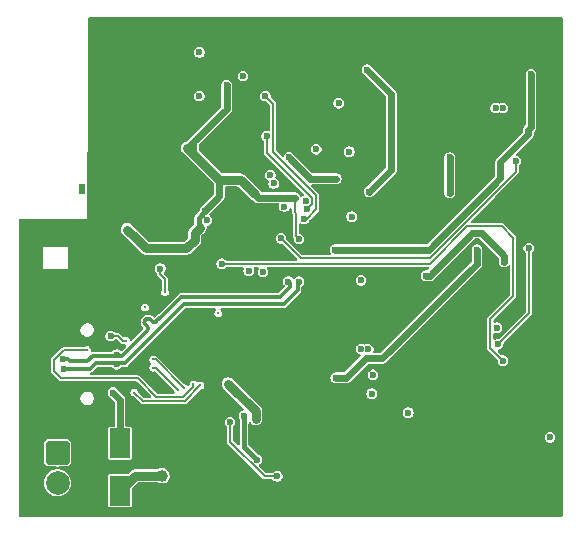
<source format=gbr>
%TF.GenerationSoftware,KiCad,Pcbnew,9.0.6*%
%TF.CreationDate,2025-12-24T13:44:06+01:00*%
%TF.ProjectId,10W-RGBW-Lars-v1,3130572d-5247-4425-972d-4c6172732d76,rev?*%
%TF.SameCoordinates,Original*%
%TF.FileFunction,Copper,L4,Bot*%
%TF.FilePolarity,Positive*%
%FSLAX46Y46*%
G04 Gerber Fmt 4.6, Leading zero omitted, Abs format (unit mm)*
G04 Created by KiCad (PCBNEW 9.0.6) date 2025-12-24 13:44:06*
%MOMM*%
%LPD*%
G01*
G04 APERTURE LIST*
G04 Aperture macros list*
%AMRoundRect*
0 Rectangle with rounded corners*
0 $1 Rounding radius*
0 $2 $3 $4 $5 $6 $7 $8 $9 X,Y pos of 4 corners*
0 Add a 4 corners polygon primitive as box body*
4,1,4,$2,$3,$4,$5,$6,$7,$8,$9,$2,$3,0*
0 Add four circle primitives for the rounded corners*
1,1,$1+$1,$2,$3*
1,1,$1+$1,$4,$5*
1,1,$1+$1,$6,$7*
1,1,$1+$1,$8,$9*
0 Add four rect primitives between the rounded corners*
20,1,$1+$1,$2,$3,$4,$5,0*
20,1,$1+$1,$4,$5,$6,$7,0*
20,1,$1+$1,$6,$7,$8,$9,0*
20,1,$1+$1,$8,$9,$2,$3,0*%
G04 Aperture macros list end*
%TA.AperFunction,HeatsinkPad*%
%ADD10O,2.100000X1.000000*%
%TD*%
%TA.AperFunction,HeatsinkPad*%
%ADD11O,1.800000X1.000000*%
%TD*%
%TA.AperFunction,HeatsinkPad*%
%ADD12C,0.500000*%
%TD*%
%TA.AperFunction,HeatsinkPad*%
%ADD13R,1.650000X1.650000*%
%TD*%
%TA.AperFunction,HeatsinkPad*%
%ADD14R,2.500000X2.500000*%
%TD*%
%TA.AperFunction,HeatsinkPad*%
%ADD15R,0.500000X1.600000*%
%TD*%
%TA.AperFunction,SMDPad,CuDef*%
%ADD16R,1.700000X2.500000*%
%TD*%
%TA.AperFunction,ComponentPad*%
%ADD17R,0.500000X0.900000*%
%TD*%
%TA.AperFunction,ComponentPad*%
%ADD18C,2.000000*%
%TD*%
%TA.AperFunction,ComponentPad*%
%ADD19RoundRect,0.250000X-0.750000X0.750000X-0.750000X-0.750000X0.750000X-0.750000X0.750000X0.750000X0*%
%TD*%
%TA.AperFunction,ViaPad*%
%ADD20C,0.300000*%
%TD*%
%TA.AperFunction,ViaPad*%
%ADD21C,0.600000*%
%TD*%
%TA.AperFunction,ViaPad*%
%ADD22C,1.000000*%
%TD*%
%TA.AperFunction,Conductor*%
%ADD23C,0.200000*%
%TD*%
%TA.AperFunction,Conductor*%
%ADD24C,0.334300*%
%TD*%
%TA.AperFunction,Conductor*%
%ADD25C,0.600000*%
%TD*%
%TA.AperFunction,Conductor*%
%ADD26C,0.400000*%
%TD*%
%TA.AperFunction,Conductor*%
%ADD27C,0.800000*%
%TD*%
G04 APERTURE END LIST*
D10*
%TO.P,J1,S1,SHIELD*%
%TO.N,GND*%
X111905000Y-64080000D03*
D11*
X107725000Y-64080000D03*
D10*
X111905000Y-72720000D03*
D11*
X107725000Y-72720000D03*
%TD*%
D12*
%TO.P,U1,21,GND*%
%TO.N,GND*%
X118625000Y-67225000D03*
X118625000Y-68375000D03*
D13*
X119200000Y-67800000D03*
D12*
X119775000Y-67225000D03*
X119775000Y-68375000D03*
%TD*%
%TO.P,U101,33,GND*%
%TO.N,GND*%
X123680000Y-55420000D03*
X123680000Y-56420000D03*
X123680000Y-57420000D03*
X124680000Y-55420000D03*
X124680000Y-56420000D03*
D14*
X124680000Y-56420000D03*
D12*
X124680000Y-57420000D03*
X125680000Y-55420000D03*
X125680000Y-56420000D03*
X125680000Y-57420000D03*
%TD*%
%TO.P,U202,7,EP*%
%TO.N,GND*%
X130605000Y-47605000D03*
D15*
X130605000Y-47055000D03*
D12*
X130605000Y-46505000D03*
%TD*%
%TO.P,U302,7,EP*%
%TO.N,GND*%
X133100000Y-68400000D03*
D15*
X133100000Y-67850000D03*
D12*
X133100000Y-67300000D03*
%TD*%
%TO.P,U402,7,EP*%
%TO.N,GND*%
X144500000Y-66450000D03*
D15*
X144500000Y-65900000D03*
D12*
X144500000Y-65350000D03*
%TD*%
%TO.P,U502,7,EP*%
%TO.N,GND*%
X144500000Y-48000000D03*
D15*
X144500000Y-47450000D03*
D12*
X144500000Y-46900000D03*
%TD*%
D16*
%TO.P,D1,2,A*%
%TO.N,Net-(D1-A)*%
X114200000Y-75100000D03*
%TO.P,D1,1,K*%
%TO.N,/Vbus*%
X114200000Y-79100000D03*
%TD*%
D17*
%TO.P,AE101,2,Shield*%
%TO.N,GND*%
X111000000Y-53600000D03*
%TD*%
D18*
%TO.P,J601,2,Pin_2*%
%TO.N,Net-(J601-Pin_2)*%
X108900000Y-78440000D03*
D19*
%TO.P,J601,1,Pin_1*%
%TO.N,Net-(J601-Pin_1)*%
X108900000Y-75900000D03*
%TD*%
D20*
%TO.N,GND*%
X118200000Y-52600000D03*
X118300000Y-53000000D03*
X118000000Y-53000000D03*
X116600000Y-52400000D03*
X117100000Y-53200000D03*
X117100000Y-53600000D03*
X117100000Y-54000000D03*
X116700000Y-54000000D03*
X116300000Y-54000000D03*
X115600000Y-54000000D03*
X115200000Y-53900000D03*
X115100000Y-53500000D03*
X114900000Y-53000000D03*
X114700000Y-52600000D03*
X114400000Y-52200000D03*
X114100000Y-51800000D03*
X113700000Y-51500000D03*
X113300000Y-51200000D03*
X112800000Y-51100000D03*
X112300000Y-51000000D03*
X111800000Y-50900000D03*
X112100000Y-52100000D03*
X111600000Y-52100000D03*
X112500000Y-52300000D03*
X113000000Y-52500000D03*
X113400000Y-52800000D03*
X113700000Y-53200000D03*
X113900000Y-53600000D03*
X113800000Y-54200000D03*
X113600000Y-54600000D03*
X113100000Y-54800000D03*
X112600000Y-55200000D03*
X112300000Y-55500000D03*
X112000000Y-56000000D03*
X111900000Y-56600000D03*
X111900000Y-57100000D03*
X111900000Y-57600000D03*
X111900000Y-58100000D03*
X111500000Y-58500000D03*
X110700000Y-60300000D03*
X111100000Y-60100000D03*
X111500000Y-59900000D03*
X112000000Y-59700000D03*
X112500000Y-59400000D03*
X112800000Y-58900000D03*
X113000000Y-58500000D03*
X113100000Y-57900000D03*
X113100000Y-57400000D03*
X113100000Y-56900000D03*
X113200000Y-56300000D03*
X113600000Y-55900000D03*
X114200000Y-55900000D03*
X114900000Y-55800000D03*
X115300000Y-55600000D03*
X116000000Y-55500000D03*
X116700000Y-55500000D03*
X117300000Y-55500000D03*
X117900000Y-55500000D03*
%TO.N,Net-(U1-DP)*%
X119100000Y-70600000D03*
X117000000Y-68700000D03*
%TO.N,Net-(U1-DN)*%
X117000000Y-68000000D03*
X119600000Y-70400000D03*
D21*
%TO.N,/PWMB*%
X148800000Y-58600000D03*
X146200000Y-66700000D03*
%TO.N,/PWMG*%
X135500000Y-70900000D03*
X126921488Y-52401000D03*
%TO.N,/PWMR*%
X127200000Y-53100000D03*
X130800000Y-50200000D03*
%TO.N,Net-(U101-UOTXD)*%
X126500000Y-45700000D03*
X129799071Y-56098199D03*
%TO.N,Net-(U101-UORXD)*%
X130000000Y-55300000D03*
X126600000Y-49100000D03*
%TO.N,Net-(U602-FB)*%
X123500000Y-73294098D03*
X127500000Y-77900000D03*
%TO.N,/ENW*%
X147700000Y-51200000D03*
X127830000Y-57743486D03*
%TO.N,/ENB*%
X122800000Y-59900000D03*
X146600000Y-68100000D03*
%TO.N,/ENG*%
X135600000Y-69300000D03*
X128100000Y-55050000D03*
%TO.N,/ENR*%
X129893934Y-54557535D03*
X133600000Y-50400000D03*
%TO.N,/GPIO9*%
X124600000Y-44000000D03*
X126300000Y-60600000D03*
%TO.N,/USB_D+*%
X113900000Y-68400000D03*
X109475741Y-68800000D03*
X129350000Y-61400000D03*
D20*
%TO.N,Net-(J1-CC2)*%
X121000000Y-70200000D03*
X115400000Y-70800000D03*
D21*
%TO.N,/USB_D-*%
X109400000Y-68000000D03*
X128450000Y-61400000D03*
X113900000Y-67600000D03*
D20*
%TO.N,Net-(J1-CC1)*%
X120400000Y-70100000D03*
X111400000Y-67200000D03*
D21*
%TO.N,/LedDriverGreen/LED-*%
X132449293Y-69550707D03*
X144400000Y-58700000D03*
%TO.N,/LedDriverRed/LED-*%
X132500000Y-52700000D03*
X128500000Y-50900000D03*
%TO.N,/LedDriverWhite/LED-*%
X142100000Y-53900000D03*
X142100000Y-50900000D03*
D20*
%TO.N,Net-(D1-A)*%
X114700000Y-66400000D03*
D21*
X113600000Y-70800000D03*
X113400000Y-66000000D03*
%TO.N,Net-(U602-BS)*%
X125800000Y-76472125D03*
X124673959Y-72750000D03*
%TO.N,/Vbus*%
X123350000Y-70050000D03*
X125700000Y-73000000D03*
D22*
X117750000Y-77850000D03*
D20*
X116300000Y-63600000D03*
X122500000Y-64100000D03*
D21*
%TO.N,/LedDriverWhite/LED+*%
X132400000Y-58700000D03*
X149000000Y-43850000D03*
%TO.N,/LedDriverBlue/LED+*%
X146727080Y-59734883D03*
X140100000Y-60900000D03*
%TO.N,/LedDriverGreen/LED+*%
X134600000Y-61300000D03*
X133800000Y-55900000D03*
D20*
%TO.N,+5V*%
X118000000Y-62301000D03*
D21*
X132705000Y-46305000D03*
X134600000Y-67100000D03*
X146600000Y-46700000D03*
X146100000Y-65300000D03*
X146000000Y-46700000D03*
X117600000Y-60300000D03*
X135200000Y-67100000D03*
X138600000Y-72500000D03*
%TO.N,/LedDriverRed/LED+*%
X135300000Y-53800000D03*
X135100000Y-43455000D03*
%TO.N,+3V3*%
X121400000Y-55400000D03*
X129000000Y-54300000D03*
X123210000Y-44800000D03*
X114800000Y-57000000D03*
X129342873Y-57800000D03*
X121046772Y-56756637D03*
X122600000Y-52800000D03*
X124400000Y-52800000D03*
X150600000Y-74600000D03*
%TO.N,/GPIO8*%
X125080000Y-60480000D03*
X120900000Y-42000000D03*
%TO.N,/ESP_CHIP_PU*%
X120900000Y-45700000D03*
X121560402Y-56210114D03*
D20*
%TO.N,GND*%
X121400000Y-64200000D03*
D21*
X127500000Y-64200000D03*
X129700000Y-63200000D03*
D20*
X110400000Y-57500000D03*
X116992654Y-69241593D03*
X109000000Y-61800000D03*
X120300000Y-71800000D03*
D21*
X130600000Y-58100000D03*
X124500000Y-78500000D03*
X117000000Y-80300000D03*
D20*
X119200000Y-64500000D03*
D21*
X138900000Y-46200000D03*
X143800000Y-76000000D03*
X123800000Y-63934300D03*
X140400000Y-69900000D03*
X117200000Y-79100000D03*
X132100000Y-75600000D03*
X149500000Y-41700000D03*
D20*
X126600000Y-69900000D03*
X116300000Y-62900000D03*
D21*
X118600000Y-55500000D03*
D20*
X121600000Y-65800000D03*
D21*
X136700000Y-54800000D03*
X130700000Y-43400000D03*
X119800000Y-53700000D03*
X145400000Y-70600000D03*
X137100000Y-76700000D03*
X125669669Y-65330331D03*
X140200000Y-57200000D03*
X144600000Y-70100000D03*
X133400000Y-56900000D03*
X118600000Y-56400000D03*
X126900000Y-79000000D03*
X121625003Y-70200000D03*
D20*
X123400000Y-71500000D03*
D21*
X142900000Y-65900000D03*
X140900000Y-47800000D03*
D20*
X126400000Y-68200000D03*
D21*
X132400000Y-56800000D03*
X150800000Y-45700000D03*
X113400000Y-42200000D03*
X138800000Y-49500000D03*
X118000000Y-47500000D03*
X140900000Y-56600000D03*
X132800000Y-40200000D03*
D20*
X107200000Y-61000000D03*
X115400000Y-74700000D03*
X130200000Y-74400000D03*
D21*
X143400000Y-80400000D03*
X124200000Y-49900000D03*
D20*
X123100000Y-66400000D03*
D21*
X118085873Y-72456878D03*
D20*
X130700000Y-75800000D03*
X128175840Y-58692654D03*
D21*
X142600000Y-54900000D03*
D20*
X118100000Y-51300000D03*
D21*
X136300000Y-57800000D03*
X151300000Y-63200000D03*
X130000000Y-48900000D03*
X150300000Y-49100000D03*
X135500000Y-42100000D03*
D20*
X115612467Y-58949508D03*
D21*
X135500000Y-41100000D03*
X139980331Y-65380331D03*
X140200000Y-55800000D03*
X123900000Y-61100000D03*
X131200000Y-76400000D03*
D20*
X115300000Y-73200000D03*
D21*
X145100000Y-67900000D03*
D20*
X117000000Y-64100000D03*
D21*
X140900000Y-50600000D03*
X123983591Y-45516409D03*
X122300000Y-77700000D03*
X144700000Y-44100000D03*
D20*
X131200000Y-75600000D03*
D21*
X123700000Y-78400000D03*
X126100000Y-61900000D03*
X150200000Y-59100000D03*
X131400000Y-56800000D03*
X124300000Y-77700000D03*
X150700000Y-44800000D03*
X112800000Y-43400000D03*
D20*
X107200000Y-58100000D03*
X107200000Y-59500000D03*
D21*
X144400000Y-80200000D03*
X147000000Y-40300000D03*
X143800000Y-71700000D03*
D20*
X127100000Y-69000000D03*
D21*
X112600000Y-39800000D03*
D20*
X109300000Y-57000000D03*
D21*
X113400000Y-80800000D03*
X137800000Y-57700000D03*
X144000000Y-49100000D03*
X139200000Y-55200000D03*
D20*
X115400000Y-73900000D03*
D21*
X137600000Y-54100000D03*
X121400000Y-77100000D03*
X118900000Y-53700000D03*
X140000000Y-48200000D03*
X119300000Y-56400000D03*
X139000000Y-80400000D03*
X150600000Y-62400000D03*
X117500000Y-73100000D03*
X150800000Y-64100000D03*
X144100000Y-50200000D03*
X138400000Y-50600000D03*
X135600000Y-49000000D03*
X131600000Y-55000000D03*
X120100000Y-56400000D03*
X138400000Y-56700000D03*
X118200000Y-48600000D03*
X141800000Y-63900000D03*
X127000000Y-80300000D03*
X119500000Y-55500000D03*
X139300000Y-54000000D03*
X135700000Y-77200000D03*
X116800000Y-57400000D03*
D20*
X118783393Y-57857475D03*
D21*
X140400000Y-54300000D03*
D20*
X107800000Y-57000000D03*
D21*
X145500000Y-76500000D03*
D20*
X107300000Y-57600000D03*
D21*
X135400000Y-79200000D03*
D20*
X109700000Y-61800000D03*
D21*
X136500000Y-53800000D03*
X112100000Y-45200000D03*
D20*
X129700000Y-70300000D03*
X130600000Y-71400000D03*
D21*
X135700000Y-54800000D03*
X141800000Y-55700000D03*
D20*
X107200000Y-58700000D03*
D21*
X121600000Y-61800000D03*
X139900000Y-50600000D03*
X144600000Y-71100000D03*
X121500000Y-53700000D03*
X142300000Y-80500000D03*
D20*
X113945266Y-63008018D03*
D21*
X139700000Y-49400000D03*
X149500000Y-60700000D03*
D20*
X108200000Y-61700000D03*
D21*
X148300000Y-40200000D03*
X137400000Y-43900000D03*
X119100000Y-76600000D03*
X132500000Y-55000000D03*
D20*
X124300000Y-50900000D03*
D21*
X151400000Y-69400000D03*
X130700000Y-45200000D03*
X117305630Y-69782587D03*
D20*
X108400000Y-57000000D03*
D21*
X139200000Y-57100000D03*
X137600000Y-55200000D03*
X130800000Y-48900000D03*
D20*
X117011122Y-70184635D03*
D21*
X136405000Y-48705000D03*
X140900000Y-49500000D03*
D20*
X110000000Y-57100000D03*
D21*
X112500000Y-41300000D03*
X135200000Y-75800000D03*
X139300000Y-50600000D03*
X118000000Y-52000000D03*
D20*
X127300000Y-70500000D03*
X110500000Y-58200000D03*
D21*
X120600000Y-53700000D03*
D20*
X113000000Y-74000000D03*
X117100000Y-62900000D03*
D21*
X144300000Y-77000000D03*
X143800000Y-70600000D03*
X133100000Y-48300000D03*
D20*
X110200000Y-61600000D03*
X122200000Y-65000000D03*
X110300000Y-61000000D03*
D21*
X144300000Y-42900000D03*
D20*
X110300000Y-60500000D03*
D21*
X149800000Y-81000000D03*
X138900000Y-47200000D03*
X129300000Y-79600000D03*
X138000000Y-63000000D03*
X124400000Y-47900000D03*
X127800000Y-45500000D03*
X143500000Y-67400000D03*
X151100000Y-57000000D03*
X134600000Y-77100000D03*
X138200000Y-48000000D03*
X123300000Y-77700000D03*
X134200000Y-79600000D03*
X136500000Y-56400000D03*
X137000000Y-57200000D03*
X138900000Y-69500000D03*
D20*
X118097154Y-59702172D03*
X111100000Y-58500000D03*
X107500000Y-61500000D03*
X117800000Y-50900000D03*
D21*
X133900000Y-40300000D03*
X120800000Y-66100000D03*
X140700000Y-69200000D03*
X122300000Y-62000000D03*
X121200000Y-76000000D03*
D20*
X115470201Y-71721779D03*
X115841182Y-64529532D03*
D21*
X150700000Y-70000000D03*
X139400000Y-66000000D03*
X129700000Y-80400000D03*
X145400000Y-71700000D03*
X149900000Y-67500000D03*
X118000000Y-76500000D03*
D20*
X113400000Y-72700000D03*
D21*
X117700000Y-56400000D03*
X141100000Y-55100000D03*
X138400000Y-55700000D03*
X113300000Y-46400000D03*
D20*
X122900000Y-71600000D03*
D21*
X118700000Y-46700000D03*
X149300000Y-42500000D03*
X117800000Y-81000000D03*
X135000000Y-40100000D03*
X136900000Y-55800000D03*
X139200000Y-56100000D03*
X151100000Y-80000000D03*
D20*
X107200000Y-60100000D03*
X118700000Y-57400000D03*
D21*
X138000000Y-62000000D03*
X138400000Y-54800000D03*
X147500000Y-69600000D03*
D20*
X115500000Y-72600000D03*
X113500000Y-71800000D03*
D21*
X140500000Y-53500000D03*
X120300000Y-76700000D03*
X141200000Y-54300000D03*
X137600000Y-56300000D03*
X120900000Y-53000000D03*
X126700000Y-64000000D03*
X146200000Y-71100000D03*
X115500000Y-61400000D03*
X121200000Y-75000000D03*
%TD*%
D23*
%TO.N,Net-(U1-DP)*%
X119100000Y-70600000D02*
X117200000Y-68700000D01*
X117200000Y-68700000D02*
X117000000Y-68700000D01*
%TO.N,Net-(U1-DN)*%
X119600000Y-70400000D02*
X117200000Y-68000000D01*
X117200000Y-68000000D02*
X117000000Y-68000000D01*
%TO.N,/PWMB*%
X148800000Y-64100000D02*
X146200000Y-66700000D01*
X148800000Y-58600000D02*
X148800000Y-64100000D01*
%TO.N,Net-(U101-UOTXD)*%
X127151000Y-46351000D02*
X126500000Y-45700000D01*
X129799071Y-56098199D02*
X129981033Y-56098199D01*
X130795934Y-55283298D02*
X130795934Y-54095934D01*
X130795934Y-54095934D02*
X127151000Y-50451000D01*
X129981033Y-56098199D02*
X130795934Y-55283298D01*
X127151000Y-50451000D02*
X127151000Y-46351000D01*
%TO.N,Net-(U101-UORXD)*%
X126600000Y-49100000D02*
X126600000Y-50484369D01*
X126600000Y-50484369D02*
X130444934Y-54329303D01*
X130444934Y-54855066D02*
X130000000Y-55300000D01*
X130444934Y-54329303D02*
X130444934Y-54855066D01*
%TO.N,Net-(U602-FB)*%
X123500000Y-74951357D02*
X126448643Y-77900000D01*
X126448643Y-77900000D02*
X127500000Y-77900000D01*
X123500000Y-73294098D02*
X123500000Y-74951357D01*
%TO.N,/ENW*%
X129486514Y-59400000D02*
X140400000Y-59400000D01*
X128343257Y-58256743D02*
X129486514Y-59400000D01*
X147700000Y-52100000D02*
X147700000Y-51200000D01*
X140400000Y-59400000D02*
X147700000Y-52100000D01*
X127830000Y-57743486D02*
X128343257Y-58256743D01*
%TO.N,/ENB*%
X145549000Y-67049000D02*
X146600000Y-68100000D01*
X147500000Y-62600000D02*
X145549000Y-64551000D01*
X143600000Y-56700000D02*
X146500000Y-56700000D01*
X140400000Y-59900000D02*
X143600000Y-56700000D01*
X146500000Y-56700000D02*
X147500000Y-57700000D01*
X145549000Y-64551000D02*
X145549000Y-67049000D01*
X147500000Y-57700000D02*
X147500000Y-62600000D01*
X122800000Y-59900000D02*
X140400000Y-59900000D01*
D24*
%TO.N,/USB_D+*%
X114631368Y-68317150D02*
X119631368Y-63317150D01*
X128031368Y-63317150D02*
X129217150Y-62131368D01*
X111648518Y-68800000D02*
X112131368Y-68317150D01*
X112131368Y-68317150D02*
X113817150Y-68317150D01*
X113982850Y-68317150D02*
X114631368Y-68317150D01*
X119631368Y-63317150D02*
X128031368Y-63317150D01*
X129217150Y-61532850D02*
X129350000Y-61400000D01*
X113900000Y-68400000D02*
X113982850Y-68317150D01*
X109475741Y-68800000D02*
X111648518Y-68800000D01*
X113817150Y-68317150D02*
X113900000Y-68400000D01*
X129217150Y-62131368D02*
X129217150Y-61532850D01*
D23*
%TO.N,Net-(J1-CC2)*%
X119700000Y-71500000D02*
X116100000Y-71500000D01*
X116100000Y-71500000D02*
X115400000Y-70800000D01*
X121000000Y-70200000D02*
X119700000Y-71500000D01*
D24*
%TO.N,/USB_D-*%
X116503296Y-65548186D02*
G75*
G03*
X116503277Y-65208795I-169696J169686D01*
G01*
X116927563Y-64784510D02*
G75*
G03*
X117266975Y-64784510I169706J169701D01*
G01*
X116410315Y-64606675D02*
G75*
G02*
X116749706Y-64606695I169685J-169725D01*
G01*
X116325462Y-65030939D02*
G75*
G02*
X116325429Y-64691494I169738J169739D01*
G01*
X128582850Y-61868632D02*
X128582850Y-61532850D01*
X119368632Y-62682850D02*
X127768632Y-62682850D01*
X114368632Y-67682850D02*
X116503296Y-65548186D01*
X128582850Y-61532850D02*
X128450000Y-61400000D01*
X117650761Y-64400721D02*
X119368632Y-62682850D01*
X127768632Y-62682850D02*
X128582850Y-61868632D01*
X117266975Y-64784510D02*
X117351826Y-64699657D01*
X111868632Y-67682850D02*
X113817150Y-67682850D01*
X111385782Y-68165700D02*
X111868632Y-67682850D01*
X109400000Y-68000000D02*
X109768600Y-68000000D01*
X116325462Y-64691527D02*
X116410315Y-64606675D01*
X113817150Y-67682850D02*
X113900000Y-67600000D01*
X116749727Y-64606674D02*
X116927563Y-64784510D01*
X113900000Y-67600000D02*
X113982850Y-67682850D01*
X113982850Y-67682850D02*
X114368632Y-67682850D01*
X109934300Y-68165700D02*
X111385782Y-68165700D01*
X116503297Y-65208774D02*
X116325462Y-65030939D01*
X117351826Y-64699657D02*
X117650761Y-64400721D01*
X109768600Y-68000000D02*
X109934300Y-68165700D01*
D23*
%TO.N,Net-(J1-CC1)*%
X109420768Y-67200000D02*
X111400000Y-67200000D01*
X109200000Y-69600000D02*
X108600000Y-69000000D01*
X115700000Y-69600000D02*
X109200000Y-69600000D01*
X117249000Y-71149000D02*
X115700000Y-69600000D01*
X119554612Y-71149000D02*
X117249000Y-71149000D01*
X108600000Y-69000000D02*
X108600000Y-68020768D01*
X108600000Y-68020768D02*
X109420768Y-67200000D01*
X120400000Y-70100000D02*
X120400000Y-70303612D01*
X120400000Y-70303612D02*
X119554612Y-71149000D01*
D25*
%TO.N,/LedDriverGreen/LED-*%
X135002000Y-67900000D02*
X133351293Y-69550707D01*
X133351293Y-69550707D02*
X132449293Y-69550707D01*
X144400000Y-58700000D02*
X144400000Y-59900000D01*
X136400000Y-67900000D02*
X135002000Y-67900000D01*
X144400000Y-59900000D02*
X136400000Y-67900000D01*
%TO.N,/LedDriverRed/LED-*%
X130300000Y-52700000D02*
X128500000Y-50900000D01*
X132500000Y-52700000D02*
X130300000Y-52700000D01*
%TO.N,/LedDriverWhite/LED-*%
X142100000Y-53900000D02*
X142100000Y-50900000D01*
D23*
%TO.N,Net-(D1-A)*%
X114000000Y-66000000D02*
X113400000Y-66000000D01*
X114400000Y-66400000D02*
X114000000Y-66000000D01*
D25*
X114200000Y-75100000D02*
X114200000Y-71400000D01*
X114200000Y-71400000D02*
X113600000Y-70800000D01*
D23*
X114700000Y-66400000D02*
X114400000Y-66400000D01*
D26*
%TO.N,Net-(U602-BS)*%
X124700000Y-72723959D02*
X124700000Y-75372125D01*
X124700000Y-75372125D02*
X125800000Y-76472125D01*
X124673959Y-72750000D02*
X124700000Y-72723959D01*
D27*
%TO.N,/Vbus*%
X115450000Y-77850000D02*
X114200000Y-79100000D01*
X123350000Y-70050000D02*
X125700000Y-72400000D01*
X117750000Y-77850000D02*
X115450000Y-77850000D01*
X125700000Y-72400000D02*
X125700000Y-73000000D01*
D25*
%TO.N,/LedDriverWhite/LED+*%
X140320768Y-58700000D02*
X146400000Y-52620768D01*
X146400000Y-52620768D02*
X146400000Y-51300000D01*
X146400000Y-51300000D02*
X148749000Y-48951000D01*
X132400000Y-58700000D02*
X140320768Y-58700000D01*
X148749000Y-48951000D02*
X148749000Y-48588925D01*
X148749000Y-48588925D02*
X149000000Y-48337925D01*
X149000000Y-48337925D02*
X149000000Y-43850000D01*
%TO.N,/LedDriverBlue/LED+*%
X140400000Y-60900000D02*
X144000000Y-57300000D01*
X144800000Y-57300000D02*
X146727080Y-59227080D01*
X140100000Y-60900000D02*
X140400000Y-60900000D01*
X144000000Y-57300000D02*
X144800000Y-57300000D01*
X146727080Y-59227080D02*
X146727080Y-59734883D01*
D23*
%TO.N,+5V*%
X117600000Y-60800000D02*
X117600000Y-60300000D01*
X117988909Y-61188909D02*
X117600000Y-60800000D01*
X117988909Y-62301000D02*
X117988909Y-61188909D01*
D25*
%TO.N,/LedDriverRed/LED+*%
X137156000Y-45511000D02*
X135100000Y-43455000D01*
X137156000Y-51944000D02*
X137156000Y-45511000D01*
X135300000Y-53800000D02*
X137156000Y-51944000D01*
%TO.N,+3V3*%
X123210000Y-44800000D02*
X123210000Y-46790000D01*
X123210000Y-46790000D02*
X120400000Y-49600000D01*
D27*
X120400000Y-50600000D02*
X122600000Y-52800000D01*
D25*
X122600000Y-54200000D02*
X121400000Y-55400000D01*
D27*
X122600000Y-52800000D02*
X124400000Y-52800000D01*
D25*
X125900000Y-54300000D02*
X125600000Y-54000000D01*
D27*
X120500000Y-57900000D02*
X120500000Y-57700000D01*
D23*
X129100000Y-57557127D02*
X129100000Y-55650000D01*
D26*
X120837172Y-56011515D02*
X120837172Y-56547037D01*
D25*
X122600000Y-52800000D02*
X122600000Y-54200000D01*
D27*
X114800000Y-57000000D02*
X115550000Y-57750000D01*
D23*
X129100000Y-55650000D02*
X129000000Y-55550000D01*
D27*
X116400000Y-58600000D02*
X119800000Y-58600000D01*
X119800000Y-58600000D02*
X120500000Y-57900000D01*
D26*
X120837172Y-56547037D02*
X121046772Y-56756637D01*
D23*
X129342873Y-57800000D02*
X129100000Y-57557127D01*
D25*
X129000000Y-54300000D02*
X125900000Y-54300000D01*
X120400000Y-49600000D02*
X119900000Y-50100000D01*
X120400000Y-49600000D02*
X120400000Y-50600000D01*
D26*
X121400000Y-55400000D02*
X121400000Y-55448687D01*
D27*
X120500000Y-57700000D02*
X120500000Y-57303408D01*
D23*
X129000000Y-55550000D02*
X129000000Y-54300000D01*
D27*
X119900000Y-50100000D02*
X120400000Y-50600000D01*
X120500000Y-57303408D02*
X120975100Y-56828308D01*
X115550000Y-57750000D02*
X116400000Y-58600000D01*
D26*
X121400000Y-55448687D02*
X120837172Y-56011515D01*
D27*
X125600000Y-54000000D02*
X124400000Y-52800000D01*
%TD*%
%TA.AperFunction,Conductor*%
%TO.N,GND*%
G36*
X151642539Y-39020185D02*
G01*
X151688294Y-39072989D01*
X151699500Y-39124500D01*
X151699500Y-81175500D01*
X151679815Y-81242539D01*
X151627011Y-81288294D01*
X151575500Y-81299500D01*
X105724500Y-81299500D01*
X105657461Y-81279815D01*
X105611706Y-81227011D01*
X105600500Y-81175500D01*
X105600500Y-80364822D01*
X113199499Y-80364822D01*
X113208231Y-80408717D01*
X113208232Y-80408721D01*
X113208233Y-80408722D01*
X113241496Y-80458504D01*
X113291278Y-80491767D01*
X113291281Y-80491767D01*
X113291282Y-80491768D01*
X113335177Y-80500500D01*
X113335180Y-80500500D01*
X115064822Y-80500500D01*
X115108717Y-80491768D01*
X115108717Y-80491767D01*
X115108722Y-80491767D01*
X115158504Y-80458504D01*
X115191767Y-80408722D01*
X115200500Y-80364820D01*
X115200500Y-78929387D01*
X115220185Y-78862348D01*
X115236819Y-78841706D01*
X115641706Y-78436819D01*
X115703029Y-78403334D01*
X115729387Y-78400500D01*
X117365399Y-78400500D01*
X117432438Y-78420185D01*
X117434252Y-78421373D01*
X117441873Y-78426465D01*
X117560256Y-78475501D01*
X117560260Y-78475501D01*
X117560261Y-78475502D01*
X117685928Y-78500500D01*
X117685931Y-78500500D01*
X117814071Y-78500500D01*
X117898615Y-78483682D01*
X117939744Y-78475501D01*
X118058127Y-78426465D01*
X118164669Y-78355276D01*
X118255276Y-78264669D01*
X118326465Y-78158127D01*
X118375501Y-78039744D01*
X118400500Y-77914069D01*
X118400500Y-77785931D01*
X118400500Y-77785928D01*
X118375502Y-77660261D01*
X118375501Y-77660260D01*
X118375501Y-77660256D01*
X118326465Y-77541873D01*
X118326464Y-77541872D01*
X118326461Y-77541866D01*
X118255276Y-77435331D01*
X118255273Y-77435327D01*
X118164672Y-77344726D01*
X118164668Y-77344723D01*
X118058133Y-77273538D01*
X118058124Y-77273533D01*
X117939744Y-77224499D01*
X117939738Y-77224497D01*
X117814071Y-77199500D01*
X117814069Y-77199500D01*
X117685931Y-77199500D01*
X117685929Y-77199500D01*
X117560261Y-77224497D01*
X117560255Y-77224499D01*
X117441876Y-77273533D01*
X117441873Y-77273534D01*
X117441873Y-77273535D01*
X117434287Y-77278603D01*
X117367611Y-77299480D01*
X117365399Y-77299500D01*
X115377525Y-77299500D01*
X115272517Y-77327637D01*
X115237514Y-77337016D01*
X115111986Y-77409489D01*
X115111983Y-77409491D01*
X114858294Y-77663181D01*
X114796971Y-77696666D01*
X114770613Y-77699500D01*
X113335178Y-77699500D01*
X113291282Y-77708231D01*
X113291275Y-77708234D01*
X113241496Y-77741495D01*
X113241495Y-77741496D01*
X113208234Y-77791275D01*
X113208231Y-77791282D01*
X113199500Y-77835177D01*
X113199500Y-77835180D01*
X113199500Y-80364820D01*
X113199500Y-80364822D01*
X113199499Y-80364822D01*
X105600500Y-80364822D01*
X105600500Y-75118475D01*
X107749500Y-75118475D01*
X107749500Y-76681517D01*
X107760147Y-76748737D01*
X107764354Y-76775304D01*
X107821950Y-76888342D01*
X107821952Y-76888344D01*
X107821954Y-76888347D01*
X107911652Y-76978045D01*
X107911654Y-76978046D01*
X107911658Y-76978050D01*
X108024694Y-77035645D01*
X108024698Y-77035647D01*
X108118475Y-77050499D01*
X108118481Y-77050500D01*
X108742873Y-77050499D01*
X108809910Y-77070183D01*
X108855665Y-77122987D01*
X108865609Y-77192146D01*
X108836584Y-77255702D01*
X108777806Y-77293476D01*
X108762270Y-77296972D01*
X108630589Y-77317829D01*
X108458363Y-77373787D01*
X108458360Y-77373788D01*
X108297002Y-77456006D01*
X108150505Y-77562441D01*
X108150500Y-77562445D01*
X108022445Y-77690500D01*
X108022441Y-77690505D01*
X107916006Y-77837002D01*
X107833788Y-77998360D01*
X107833787Y-77998363D01*
X107777829Y-78170589D01*
X107749500Y-78349448D01*
X107749500Y-78530551D01*
X107777829Y-78709410D01*
X107833787Y-78881636D01*
X107833788Y-78881639D01*
X107916006Y-79042997D01*
X108022441Y-79189494D01*
X108022445Y-79189499D01*
X108150500Y-79317554D01*
X108150505Y-79317558D01*
X108278287Y-79410396D01*
X108297006Y-79423996D01*
X108402484Y-79477740D01*
X108458360Y-79506211D01*
X108458363Y-79506212D01*
X108544476Y-79534191D01*
X108630591Y-79562171D01*
X108713429Y-79575291D01*
X108809449Y-79590500D01*
X108809454Y-79590500D01*
X108990551Y-79590500D01*
X109077259Y-79576765D01*
X109169409Y-79562171D01*
X109341639Y-79506211D01*
X109502994Y-79423996D01*
X109649501Y-79317553D01*
X109777553Y-79189501D01*
X109883996Y-79042994D01*
X109966211Y-78881639D01*
X110022171Y-78709409D01*
X110036765Y-78617259D01*
X110050500Y-78530551D01*
X110050500Y-78349448D01*
X110024741Y-78186819D01*
X110022171Y-78170591D01*
X109994191Y-78084476D01*
X109966212Y-77998363D01*
X109966209Y-77998355D01*
X109908646Y-77885384D01*
X109908645Y-77885383D01*
X109885874Y-77840693D01*
X109883996Y-77837006D01*
X109883994Y-77837003D01*
X109883993Y-77837001D01*
X109777558Y-77690505D01*
X109777554Y-77690500D01*
X109649499Y-77562445D01*
X109649494Y-77562441D01*
X109502997Y-77456006D01*
X109502996Y-77456005D01*
X109502994Y-77456004D01*
X109411704Y-77409489D01*
X109341639Y-77373788D01*
X109341636Y-77373787D01*
X109169410Y-77317829D01*
X109037728Y-77296972D01*
X108974594Y-77267042D01*
X108937663Y-77207731D01*
X108938661Y-77137868D01*
X108977271Y-77079636D01*
X109041235Y-77051522D01*
X109057120Y-77050499D01*
X109681518Y-77050499D01*
X109775304Y-77035646D01*
X109888342Y-76978050D01*
X109978050Y-76888342D01*
X110035646Y-76775304D01*
X110035646Y-76775302D01*
X110035647Y-76775301D01*
X110050499Y-76681524D01*
X110050500Y-76681519D01*
X110050499Y-75118482D01*
X110035646Y-75024696D01*
X109978050Y-74911658D01*
X109978046Y-74911654D01*
X109978045Y-74911652D01*
X109888347Y-74821954D01*
X109888344Y-74821952D01*
X109888342Y-74821950D01*
X109811517Y-74782805D01*
X109775301Y-74764352D01*
X109681524Y-74749500D01*
X108118482Y-74749500D01*
X108037519Y-74762323D01*
X108024696Y-74764354D01*
X107911658Y-74821950D01*
X107911657Y-74821951D01*
X107911652Y-74821954D01*
X107821954Y-74911652D01*
X107821951Y-74911657D01*
X107764352Y-75024698D01*
X107749500Y-75118475D01*
X105600500Y-75118475D01*
X105600500Y-71214234D01*
X110829500Y-71214234D01*
X110829500Y-71365765D01*
X110868719Y-71512136D01*
X110890744Y-71550284D01*
X110944485Y-71643365D01*
X111051635Y-71750515D01*
X111182865Y-71826281D01*
X111329234Y-71865500D01*
X111329236Y-71865500D01*
X111480764Y-71865500D01*
X111480766Y-71865500D01*
X111627135Y-71826281D01*
X111758365Y-71750515D01*
X111865515Y-71643365D01*
X111941281Y-71512135D01*
X111980500Y-71365766D01*
X111980500Y-71214234D01*
X111941281Y-71067865D01*
X111937007Y-71060463D01*
X111923934Y-71037819D01*
X111865515Y-70936635D01*
X111758365Y-70829485D01*
X111692750Y-70791602D01*
X111627136Y-70753719D01*
X111578515Y-70740691D01*
X113149500Y-70740691D01*
X113149500Y-70859309D01*
X113154727Y-70878815D01*
X113167236Y-70925500D01*
X113180201Y-70973888D01*
X113195198Y-70999862D01*
X113239511Y-71076614D01*
X113239513Y-71076616D01*
X113713181Y-71550284D01*
X113746666Y-71611607D01*
X113749500Y-71637965D01*
X113749500Y-73575500D01*
X113729815Y-73642539D01*
X113677011Y-73688294D01*
X113625500Y-73699500D01*
X113335178Y-73699500D01*
X113291282Y-73708231D01*
X113291275Y-73708234D01*
X113241496Y-73741495D01*
X113241495Y-73741496D01*
X113208234Y-73791275D01*
X113208231Y-73791282D01*
X113199500Y-73835177D01*
X113199500Y-73835180D01*
X113199500Y-76364820D01*
X113199500Y-76364822D01*
X113199499Y-76364822D01*
X113208231Y-76408717D01*
X113208234Y-76408724D01*
X113210970Y-76412818D01*
X113241496Y-76458504D01*
X113291278Y-76491767D01*
X113291281Y-76491767D01*
X113291282Y-76491768D01*
X113335177Y-76500500D01*
X113335180Y-76500500D01*
X115064822Y-76500500D01*
X115108717Y-76491768D01*
X115108717Y-76491767D01*
X115108722Y-76491767D01*
X115158504Y-76458504D01*
X115191767Y-76408722D01*
X115200500Y-76364820D01*
X115200500Y-73835180D01*
X115200500Y-73835177D01*
X115191768Y-73791282D01*
X115191767Y-73791281D01*
X115191767Y-73791278D01*
X115158504Y-73741496D01*
X115144385Y-73732062D01*
X115108724Y-73708234D01*
X115108717Y-73708231D01*
X115064822Y-73699500D01*
X115064820Y-73699500D01*
X114774500Y-73699500D01*
X114707461Y-73679815D01*
X114661706Y-73627011D01*
X114650500Y-73575500D01*
X114650500Y-71340693D01*
X114650500Y-71340691D01*
X114619799Y-71226114D01*
X114619799Y-71226113D01*
X114560489Y-71123386D01*
X113876614Y-70439511D01*
X113825250Y-70409856D01*
X113773888Y-70380201D01*
X113761780Y-70376957D01*
X113749673Y-70373713D01*
X113749670Y-70373712D01*
X113711478Y-70363478D01*
X113659309Y-70349500D01*
X113540691Y-70349500D01*
X113450325Y-70373713D01*
X113450324Y-70373712D01*
X113426116Y-70380199D01*
X113426113Y-70380200D01*
X113323386Y-70439511D01*
X113323383Y-70439513D01*
X113239513Y-70523383D01*
X113239509Y-70523389D01*
X113180200Y-70626114D01*
X113180199Y-70626114D01*
X113176622Y-70639468D01*
X113176610Y-70639512D01*
X113176357Y-70640460D01*
X113149500Y-70740691D01*
X111578515Y-70740691D01*
X111553950Y-70734109D01*
X111480766Y-70714500D01*
X111329234Y-70714500D01*
X111182863Y-70753719D01*
X111051635Y-70829485D01*
X111051632Y-70829487D01*
X110944487Y-70936632D01*
X110944485Y-70936635D01*
X110868719Y-71067863D01*
X110829500Y-71214234D01*
X105600500Y-71214234D01*
X105600500Y-67970938D01*
X108349500Y-67970938D01*
X108349500Y-69049829D01*
X108383084Y-69130908D01*
X108387636Y-69141897D01*
X108987636Y-69741897D01*
X109058103Y-69812364D01*
X109150172Y-69850500D01*
X115544877Y-69850500D01*
X115611916Y-69870185D01*
X115632558Y-69886819D01*
X116285275Y-70539536D01*
X116783559Y-71037819D01*
X116817044Y-71099142D01*
X116812060Y-71168834D01*
X116770188Y-71224767D01*
X116704724Y-71249184D01*
X116695878Y-71249500D01*
X116255123Y-71249500D01*
X116188084Y-71229815D01*
X116167442Y-71213181D01*
X115754152Y-70799891D01*
X115722058Y-70744303D01*
X115721102Y-70740735D01*
X115703318Y-70674362D01*
X115701253Y-70670786D01*
X115660469Y-70600144D01*
X115660463Y-70600136D01*
X115599863Y-70539536D01*
X115599855Y-70539530D01*
X115525644Y-70496685D01*
X115525640Y-70496683D01*
X115525638Y-70496682D01*
X115442853Y-70474500D01*
X115357147Y-70474500D01*
X115274362Y-70496682D01*
X115274355Y-70496685D01*
X115200144Y-70539530D01*
X115200136Y-70539536D01*
X115139536Y-70600136D01*
X115139530Y-70600144D01*
X115096685Y-70674355D01*
X115096682Y-70674362D01*
X115074500Y-70757147D01*
X115074500Y-70842853D01*
X115089411Y-70898500D01*
X115096682Y-70925637D01*
X115096685Y-70925644D01*
X115139530Y-70999855D01*
X115139534Y-70999860D01*
X115139535Y-70999862D01*
X115200138Y-71060465D01*
X115200140Y-71060466D01*
X115200144Y-71060469D01*
X115267129Y-71099142D01*
X115274362Y-71103318D01*
X115344304Y-71122058D01*
X115399891Y-71154152D01*
X115958103Y-71712364D01*
X116050172Y-71750500D01*
X116050174Y-71750500D01*
X119749826Y-71750500D01*
X119749828Y-71750500D01*
X119841897Y-71712364D01*
X121000109Y-70554150D01*
X121055693Y-70522059D01*
X121125638Y-70503318D01*
X121199862Y-70460465D01*
X121260465Y-70399862D01*
X121303318Y-70325638D01*
X121325500Y-70242853D01*
X121325500Y-70157147D01*
X121303318Y-70074362D01*
X121260465Y-70000138D01*
X121237853Y-69977526D01*
X122799500Y-69977526D01*
X122799500Y-70122474D01*
X122837016Y-70262485D01*
X122904977Y-70380199D01*
X122909489Y-70388013D01*
X122909491Y-70388016D01*
X124625505Y-72104030D01*
X124658990Y-72165353D01*
X124654006Y-72235045D01*
X124612134Y-72290978D01*
X124569920Y-72311485D01*
X124500073Y-72330201D01*
X124500072Y-72330201D01*
X124500070Y-72330202D01*
X124397346Y-72389511D01*
X124397343Y-72389513D01*
X124313472Y-72473384D01*
X124313470Y-72473387D01*
X124254160Y-72576114D01*
X124223459Y-72690691D01*
X124223459Y-72809309D01*
X124254160Y-72923886D01*
X124313470Y-73026613D01*
X124313473Y-73026616D01*
X124318417Y-73033059D01*
X124317318Y-73033901D01*
X124346666Y-73087647D01*
X124349500Y-73114005D01*
X124349500Y-75147234D01*
X124329815Y-75214273D01*
X124277011Y-75260028D01*
X124207853Y-75269972D01*
X124144297Y-75240947D01*
X124137819Y-75234915D01*
X123786819Y-74883915D01*
X123753334Y-74822592D01*
X123750500Y-74796234D01*
X123750500Y-73732062D01*
X123770185Y-73665023D01*
X123786819Y-73644381D01*
X123804189Y-73627011D01*
X123860489Y-73570711D01*
X123919799Y-73467984D01*
X123950500Y-73353407D01*
X123950500Y-73234789D01*
X123919799Y-73120212D01*
X123860489Y-73017485D01*
X123776613Y-72933609D01*
X123673886Y-72874299D01*
X123559309Y-72843598D01*
X123440691Y-72843598D01*
X123326114Y-72874299D01*
X123326112Y-72874299D01*
X123326112Y-72874300D01*
X123223387Y-72933609D01*
X123223384Y-72933611D01*
X123139513Y-73017482D01*
X123139511Y-73017485D01*
X123099003Y-73087647D01*
X123080201Y-73120212D01*
X123049500Y-73234789D01*
X123049500Y-73353407D01*
X123080201Y-73467984D01*
X123139511Y-73570711D01*
X123139513Y-73570713D01*
X123213181Y-73644381D01*
X123246666Y-73705704D01*
X123249500Y-73732062D01*
X123249500Y-75001186D01*
X123287636Y-75093254D01*
X126229208Y-78034825D01*
X126229211Y-78034829D01*
X126236279Y-78041897D01*
X126306746Y-78112364D01*
X126398815Y-78150500D01*
X127062036Y-78150500D01*
X127129075Y-78170185D01*
X127149717Y-78186819D01*
X127223387Y-78260489D01*
X127326114Y-78319799D01*
X127440691Y-78350500D01*
X127440694Y-78350500D01*
X127559306Y-78350500D01*
X127559309Y-78350500D01*
X127673886Y-78319799D01*
X127776613Y-78260489D01*
X127860489Y-78176613D01*
X127919799Y-78073886D01*
X127950500Y-77959309D01*
X127950500Y-77840691D01*
X127919799Y-77726114D01*
X127860489Y-77623387D01*
X127776613Y-77539511D01*
X127673886Y-77480201D01*
X127559309Y-77449500D01*
X127440691Y-77449500D01*
X127326114Y-77480201D01*
X127326112Y-77480201D01*
X127326112Y-77480202D01*
X127223387Y-77539511D01*
X127223384Y-77539513D01*
X127149717Y-77613181D01*
X127088394Y-77646666D01*
X127062036Y-77649500D01*
X126603765Y-77649500D01*
X126536726Y-77629815D01*
X126516084Y-77613181D01*
X125974635Y-77071732D01*
X125941150Y-77010409D01*
X125946134Y-76940717D01*
X125988006Y-76884784D01*
X126000309Y-76876667D01*
X126076613Y-76832614D01*
X126160489Y-76748738D01*
X126219799Y-76646011D01*
X126250500Y-76531434D01*
X126250500Y-76412816D01*
X126219799Y-76298239D01*
X126160489Y-76195512D01*
X126076613Y-76111636D01*
X125973886Y-76052326D01*
X125872102Y-76025052D01*
X125816517Y-75992960D01*
X125086819Y-75263262D01*
X125053334Y-75201939D01*
X125050500Y-75175581D01*
X125050500Y-74540691D01*
X150149500Y-74540691D01*
X150149500Y-74659309D01*
X150180201Y-74773886D01*
X150239511Y-74876613D01*
X150323387Y-74960489D01*
X150426114Y-75019799D01*
X150540691Y-75050500D01*
X150540694Y-75050500D01*
X150659306Y-75050500D01*
X150659309Y-75050500D01*
X150773886Y-75019799D01*
X150876613Y-74960489D01*
X150960489Y-74876613D01*
X151019799Y-74773886D01*
X151050500Y-74659309D01*
X151050500Y-74540691D01*
X151019799Y-74426114D01*
X150960489Y-74323387D01*
X150876613Y-74239511D01*
X150773886Y-74180201D01*
X150659309Y-74149500D01*
X150540691Y-74149500D01*
X150426114Y-74180201D01*
X150426112Y-74180201D01*
X150426112Y-74180202D01*
X150323387Y-74239511D01*
X150323384Y-74239513D01*
X150239513Y-74323384D01*
X150239511Y-74323387D01*
X150180201Y-74426114D01*
X150149500Y-74540691D01*
X125050500Y-74540691D01*
X125050500Y-73428386D01*
X125070185Y-73361347D01*
X125122989Y-73315592D01*
X125192147Y-73305648D01*
X125255703Y-73334673D01*
X125262181Y-73340705D01*
X125361985Y-73440509D01*
X125361986Y-73440510D01*
X125361988Y-73440511D01*
X125487511Y-73512982D01*
X125487512Y-73512982D01*
X125487515Y-73512984D01*
X125627525Y-73550500D01*
X125627528Y-73550500D01*
X125772472Y-73550500D01*
X125772475Y-73550500D01*
X125912485Y-73512984D01*
X126038015Y-73440509D01*
X126140509Y-73338015D01*
X126212984Y-73212485D01*
X126250500Y-73072475D01*
X126250500Y-72440691D01*
X138149500Y-72440691D01*
X138149500Y-72559309D01*
X138180201Y-72673886D01*
X138239511Y-72776613D01*
X138323387Y-72860489D01*
X138426114Y-72919799D01*
X138540691Y-72950500D01*
X138540694Y-72950500D01*
X138659306Y-72950500D01*
X138659309Y-72950500D01*
X138773886Y-72919799D01*
X138876613Y-72860489D01*
X138960489Y-72776613D01*
X139019799Y-72673886D01*
X139050500Y-72559309D01*
X139050500Y-72440691D01*
X139019799Y-72326114D01*
X138960489Y-72223387D01*
X138876613Y-72139511D01*
X138773886Y-72080201D01*
X138659309Y-72049500D01*
X138540691Y-72049500D01*
X138426114Y-72080201D01*
X138426112Y-72080201D01*
X138426112Y-72080202D01*
X138323387Y-72139511D01*
X138323384Y-72139513D01*
X138239513Y-72223384D01*
X138239511Y-72223387D01*
X138188647Y-72311486D01*
X138180201Y-72326114D01*
X138149500Y-72440691D01*
X126250500Y-72440691D01*
X126250500Y-72327525D01*
X126212984Y-72187515D01*
X126185269Y-72139511D01*
X126140510Y-72061985D01*
X124919216Y-70840691D01*
X135049500Y-70840691D01*
X135049500Y-70959309D01*
X135080201Y-71073886D01*
X135139511Y-71176613D01*
X135223387Y-71260489D01*
X135326114Y-71319799D01*
X135440691Y-71350500D01*
X135440694Y-71350500D01*
X135559306Y-71350500D01*
X135559309Y-71350500D01*
X135673886Y-71319799D01*
X135776613Y-71260489D01*
X135860489Y-71176613D01*
X135919799Y-71073886D01*
X135950500Y-70959309D01*
X135950500Y-70840691D01*
X135919799Y-70726114D01*
X135860489Y-70623387D01*
X135776613Y-70539511D01*
X135673886Y-70480201D01*
X135559309Y-70449500D01*
X135440691Y-70449500D01*
X135326114Y-70480201D01*
X135326112Y-70480201D01*
X135326112Y-70480202D01*
X135223387Y-70539511D01*
X135223384Y-70539513D01*
X135139513Y-70623384D01*
X135139511Y-70623387D01*
X135080201Y-70726114D01*
X135049500Y-70840691D01*
X124919216Y-70840691D01*
X123688015Y-69609490D01*
X123655397Y-69590658D01*
X123655395Y-69590656D01*
X123562491Y-69537019D01*
X123562486Y-69537016D01*
X123527482Y-69527637D01*
X123422474Y-69499500D01*
X123277526Y-69499500D01*
X123172517Y-69527637D01*
X123137514Y-69537016D01*
X123011986Y-69609489D01*
X123011983Y-69609491D01*
X122909491Y-69711983D01*
X122909489Y-69711986D01*
X122837016Y-69837514D01*
X122828262Y-69870185D01*
X122799500Y-69977526D01*
X121237853Y-69977526D01*
X121199862Y-69939535D01*
X121199860Y-69939534D01*
X121199855Y-69939530D01*
X121125644Y-69896685D01*
X121125640Y-69896683D01*
X121125638Y-69896682D01*
X121042853Y-69874500D01*
X120957147Y-69874500D01*
X120874362Y-69896682D01*
X120874357Y-69896684D01*
X120818468Y-69928951D01*
X120750568Y-69945422D01*
X120684541Y-69922569D01*
X120666722Y-69905374D01*
X120666212Y-69905885D01*
X120599863Y-69839536D01*
X120599855Y-69839530D01*
X120525644Y-69796685D01*
X120525640Y-69796683D01*
X120525638Y-69796682D01*
X120442853Y-69774500D01*
X120357147Y-69774500D01*
X120274362Y-69796682D01*
X120274355Y-69796685D01*
X120200144Y-69839530D01*
X120200136Y-69839536D01*
X120139536Y-69900136D01*
X120139530Y-69900144D01*
X120096685Y-69974355D01*
X120096682Y-69974362D01*
X120074500Y-70057147D01*
X120074500Y-70114811D01*
X120054815Y-70181850D01*
X120002011Y-70227605D01*
X119932853Y-70237549D01*
X119869297Y-70208524D01*
X119862819Y-70202492D01*
X119799863Y-70139536D01*
X119799855Y-70139530D01*
X119725644Y-70096685D01*
X119725639Y-70096682D01*
X119692132Y-70087704D01*
X119655693Y-70077940D01*
X119600107Y-70045847D01*
X119045658Y-69491398D01*
X131998793Y-69491398D01*
X131998793Y-69610016D01*
X132029494Y-69724593D01*
X132088804Y-69827320D01*
X132172680Y-69911196D01*
X132275407Y-69970506D01*
X132389984Y-70001207D01*
X132389987Y-70001207D01*
X133410601Y-70001207D01*
X133410602Y-70001207D01*
X133481873Y-69982108D01*
X133500959Y-69976995D01*
X133500960Y-69976994D01*
X133500966Y-69976993D01*
X133525180Y-69970506D01*
X133627907Y-69911196D01*
X134298412Y-69240691D01*
X135149500Y-69240691D01*
X135149500Y-69359309D01*
X135180201Y-69473886D01*
X135239511Y-69576613D01*
X135323387Y-69660489D01*
X135426114Y-69719799D01*
X135540691Y-69750500D01*
X135540694Y-69750500D01*
X135659306Y-69750500D01*
X135659309Y-69750500D01*
X135773886Y-69719799D01*
X135876613Y-69660489D01*
X135960489Y-69576613D01*
X136019799Y-69473886D01*
X136050500Y-69359309D01*
X136050500Y-69240691D01*
X136019799Y-69126114D01*
X135960489Y-69023387D01*
X135876613Y-68939511D01*
X135773886Y-68880201D01*
X135659309Y-68849500D01*
X135540691Y-68849500D01*
X135426114Y-68880201D01*
X135426112Y-68880201D01*
X135426112Y-68880202D01*
X135323387Y-68939511D01*
X135323384Y-68939513D01*
X135239513Y-69023384D01*
X135239511Y-69023387D01*
X135195159Y-69100207D01*
X135180201Y-69126114D01*
X135149500Y-69240691D01*
X134298412Y-69240691D01*
X135152284Y-68386819D01*
X135213607Y-68353334D01*
X135239965Y-68350500D01*
X136459307Y-68350500D01*
X136459309Y-68350500D01*
X136552610Y-68325500D01*
X136573887Y-68319799D01*
X136676614Y-68260489D01*
X144760489Y-60176614D01*
X144771052Y-60158318D01*
X144794731Y-60117306D01*
X144819797Y-60073889D01*
X144819799Y-60073886D01*
X144850500Y-59959309D01*
X144850500Y-58640691D01*
X144819799Y-58526114D01*
X144760489Y-58423387D01*
X144676613Y-58339511D01*
X144573886Y-58280201D01*
X144459309Y-58249500D01*
X144340691Y-58249500D01*
X144226114Y-58280201D01*
X144226112Y-58280201D01*
X144226112Y-58280202D01*
X144123387Y-58339511D01*
X144123384Y-58339513D01*
X144039513Y-58423384D01*
X144039511Y-58423387D01*
X143980201Y-58526114D01*
X143949500Y-58640691D01*
X143949500Y-58640693D01*
X143949500Y-59662035D01*
X143929815Y-59729074D01*
X143913181Y-59749716D01*
X136249716Y-67413181D01*
X136188393Y-67446666D01*
X136162035Y-67449500D01*
X135732637Y-67449500D01*
X135665598Y-67429815D01*
X135619843Y-67377011D01*
X135609899Y-67307853D01*
X135618073Y-67278055D01*
X135619796Y-67273893D01*
X135619798Y-67273887D01*
X135619799Y-67273886D01*
X135650500Y-67159309D01*
X135650500Y-67040691D01*
X135619799Y-66926114D01*
X135560489Y-66823387D01*
X135476613Y-66739511D01*
X135373886Y-66680201D01*
X135259309Y-66649500D01*
X135140691Y-66649500D01*
X135035505Y-66677684D01*
X135026110Y-66680202D01*
X134962000Y-66717217D01*
X134894100Y-66733690D01*
X134838000Y-66717217D01*
X134773889Y-66680202D01*
X134773890Y-66680202D01*
X134764494Y-66677684D01*
X134659309Y-66649500D01*
X134540691Y-66649500D01*
X134426114Y-66680201D01*
X134426112Y-66680201D01*
X134426112Y-66680202D01*
X134323387Y-66739511D01*
X134323384Y-66739513D01*
X134239513Y-66823384D01*
X134239511Y-66823387D01*
X134210355Y-66873887D01*
X134180201Y-66926114D01*
X134149500Y-67040691D01*
X134149500Y-67159309D01*
X134180201Y-67273886D01*
X134239511Y-67376613D01*
X134323387Y-67460489D01*
X134426114Y-67519799D01*
X134470233Y-67531620D01*
X134529893Y-67567985D01*
X134560422Y-67630832D01*
X134552127Y-67700208D01*
X134525820Y-67739076D01*
X133201009Y-69063888D01*
X133139686Y-69097373D01*
X133113328Y-69100207D01*
X132508602Y-69100207D01*
X132389984Y-69100207D01*
X132275407Y-69130908D01*
X132275405Y-69130908D01*
X132275405Y-69130909D01*
X132172680Y-69190218D01*
X132172677Y-69190220D01*
X132088806Y-69274091D01*
X132088804Y-69274094D01*
X132029494Y-69376821D01*
X131998793Y-69491398D01*
X119045658Y-69491398D01*
X117341897Y-67787636D01*
X117249829Y-67749500D01*
X117237851Y-67747118D01*
X117238033Y-67746200D01*
X117188349Y-67732888D01*
X117125638Y-67696682D01*
X117081700Y-67684909D01*
X117042853Y-67674500D01*
X116957147Y-67674500D01*
X116874362Y-67696682D01*
X116874355Y-67696685D01*
X116800144Y-67739530D01*
X116800136Y-67739536D01*
X116739536Y-67800136D01*
X116739530Y-67800144D01*
X116696685Y-67874355D01*
X116696682Y-67874362D01*
X116674500Y-67957147D01*
X116674500Y-68042853D01*
X116678910Y-68059309D01*
X116696682Y-68125637D01*
X116696685Y-68125644D01*
X116739530Y-68199855D01*
X116739536Y-68199863D01*
X116801992Y-68262319D01*
X116835477Y-68323642D01*
X116830493Y-68393334D01*
X116801992Y-68437681D01*
X116739536Y-68500136D01*
X116739530Y-68500144D01*
X116696685Y-68574355D01*
X116696682Y-68574362D01*
X116674500Y-68657147D01*
X116674500Y-68742853D01*
X116695118Y-68819799D01*
X116696682Y-68825637D01*
X116696685Y-68825644D01*
X116739530Y-68899855D01*
X116739534Y-68899860D01*
X116739535Y-68899862D01*
X116800138Y-68960465D01*
X116800140Y-68960466D01*
X116800144Y-68960469D01*
X116859515Y-68994746D01*
X116874362Y-69003318D01*
X116957147Y-69025500D01*
X116957149Y-69025500D01*
X117042851Y-69025500D01*
X117042853Y-69025500D01*
X117074956Y-69016898D01*
X117144804Y-69018559D01*
X117194730Y-69048991D01*
X118745847Y-70600107D01*
X118753634Y-70613379D01*
X118763134Y-70621776D01*
X118776430Y-70652234D01*
X118777480Y-70654023D01*
X118777723Y-70654884D01*
X118796682Y-70725638D01*
X118798770Y-70729254D01*
X118802019Y-70740735D01*
X118801744Y-70768700D01*
X118804735Y-70796516D01*
X118801405Y-70803166D01*
X118801333Y-70810601D01*
X118785980Y-70833983D01*
X118773460Y-70858995D01*
X118767066Y-70862788D01*
X118762984Y-70869006D01*
X118737425Y-70880376D01*
X118713372Y-70894648D01*
X118702184Y-70896053D01*
X118699146Y-70897405D01*
X118695674Y-70896870D01*
X118682705Y-70898500D01*
X117404122Y-70898500D01*
X117337083Y-70878815D01*
X117316441Y-70862181D01*
X116597113Y-70142853D01*
X115841897Y-69387636D01*
X115815787Y-69376821D01*
X115749829Y-69349500D01*
X115749828Y-69349500D01*
X111766934Y-69349500D01*
X111699895Y-69329815D01*
X111654140Y-69277011D01*
X111644196Y-69207853D01*
X111673221Y-69144297D01*
X111731999Y-69106523D01*
X111734821Y-69105730D01*
X111771127Y-69096003D01*
X111843560Y-69054183D01*
X112226624Y-68671119D01*
X112287947Y-68637634D01*
X112314305Y-68634800D01*
X113446336Y-68634800D01*
X113513375Y-68654485D01*
X113534017Y-68671119D01*
X113539511Y-68676613D01*
X113623387Y-68760489D01*
X113726114Y-68819799D01*
X113840691Y-68850500D01*
X113840694Y-68850500D01*
X113959306Y-68850500D01*
X113959309Y-68850500D01*
X114073886Y-68819799D01*
X114176613Y-68760489D01*
X114260489Y-68676613D01*
X114260489Y-68676612D01*
X114265983Y-68671119D01*
X114327306Y-68637634D01*
X114353664Y-68634800D01*
X114673184Y-68634800D01*
X114673187Y-68634800D01*
X114753977Y-68613153D01*
X114826410Y-68571333D01*
X119726624Y-63671119D01*
X119787947Y-63637634D01*
X119814305Y-63634800D01*
X122205511Y-63634800D01*
X122272550Y-63654485D01*
X122318305Y-63707289D01*
X122328249Y-63776447D01*
X122299224Y-63840003D01*
X122293192Y-63846481D01*
X122239536Y-63900136D01*
X122239530Y-63900144D01*
X122196685Y-63974355D01*
X122196682Y-63974362D01*
X122174500Y-64057147D01*
X122174500Y-64142853D01*
X122176369Y-64149826D01*
X122196682Y-64225637D01*
X122196685Y-64225644D01*
X122239530Y-64299855D01*
X122239534Y-64299860D01*
X122239535Y-64299862D01*
X122300138Y-64360465D01*
X122300140Y-64360466D01*
X122300144Y-64360469D01*
X122337493Y-64382032D01*
X122374362Y-64403318D01*
X122457147Y-64425500D01*
X122457149Y-64425500D01*
X122542851Y-64425500D01*
X122542853Y-64425500D01*
X122625638Y-64403318D01*
X122699862Y-64360465D01*
X122760465Y-64299862D01*
X122803318Y-64225638D01*
X122825500Y-64142853D01*
X122825500Y-64057147D01*
X122803318Y-63974362D01*
X122803314Y-63974355D01*
X122760469Y-63900144D01*
X122760463Y-63900136D01*
X122706808Y-63846481D01*
X122673323Y-63785158D01*
X122678307Y-63715466D01*
X122720179Y-63659533D01*
X122785643Y-63635116D01*
X122794489Y-63634800D01*
X128073184Y-63634800D01*
X128073187Y-63634800D01*
X128153977Y-63613153D01*
X128226410Y-63571333D01*
X129471333Y-62326410D01*
X129513153Y-62253977D01*
X129534800Y-62173187D01*
X129534800Y-62089549D01*
X129534800Y-61885088D01*
X129554485Y-61818049D01*
X129596801Y-61777700D01*
X129626613Y-61760489D01*
X129710489Y-61676613D01*
X129769799Y-61573886D01*
X129800500Y-61459309D01*
X129800500Y-61340691D01*
X129773705Y-61240691D01*
X134149500Y-61240691D01*
X134149500Y-61359309D01*
X134180201Y-61473886D01*
X134239511Y-61576613D01*
X134323387Y-61660489D01*
X134426114Y-61719799D01*
X134540691Y-61750500D01*
X134540694Y-61750500D01*
X134659306Y-61750500D01*
X134659309Y-61750500D01*
X134773886Y-61719799D01*
X134876613Y-61660489D01*
X134960489Y-61576613D01*
X135019799Y-61473886D01*
X135050500Y-61359309D01*
X135050500Y-61240691D01*
X135019799Y-61126114D01*
X134960489Y-61023387D01*
X134876613Y-60939511D01*
X134773886Y-60880201D01*
X134659309Y-60849500D01*
X134540691Y-60849500D01*
X134426114Y-60880201D01*
X134426112Y-60880201D01*
X134426112Y-60880202D01*
X134323387Y-60939511D01*
X134323384Y-60939513D01*
X134239513Y-61023384D01*
X134239511Y-61023387D01*
X134210355Y-61073887D01*
X134180201Y-61126114D01*
X134149500Y-61240691D01*
X129773705Y-61240691D01*
X129769799Y-61226114D01*
X129710489Y-61123387D01*
X129626613Y-61039511D01*
X129523886Y-60980201D01*
X129409309Y-60949500D01*
X129290691Y-60949500D01*
X129176114Y-60980201D01*
X129176112Y-60980201D01*
X129176112Y-60980202D01*
X129073387Y-61039511D01*
X129073384Y-61039513D01*
X128987681Y-61125217D01*
X128926358Y-61158702D01*
X128856666Y-61153718D01*
X128812319Y-61125217D01*
X128726615Y-61039513D01*
X128726613Y-61039511D01*
X128623886Y-60980201D01*
X128509309Y-60949500D01*
X128390691Y-60949500D01*
X128276114Y-60980201D01*
X128276112Y-60980201D01*
X128276112Y-60980202D01*
X128173387Y-61039511D01*
X128173384Y-61039513D01*
X128089513Y-61123384D01*
X128089511Y-61123387D01*
X128058780Y-61176615D01*
X128030201Y-61226114D01*
X127999500Y-61340691D01*
X127999500Y-61459309D01*
X128030201Y-61573886D01*
X128089511Y-61676613D01*
X128089513Y-61676615D01*
X128119896Y-61706998D01*
X128153381Y-61768321D01*
X128148397Y-61838013D01*
X128119896Y-61882360D01*
X127673376Y-62328881D01*
X127612053Y-62362366D01*
X127585695Y-62365200D01*
X119326813Y-62365200D01*
X119246024Y-62386847D01*
X119246023Y-62386847D01*
X119246021Y-62386848D01*
X119246018Y-62386849D01*
X119193818Y-62416988D01*
X119193817Y-62416989D01*
X119187807Y-62420458D01*
X119173590Y-62428666D01*
X119173588Y-62428668D01*
X118305575Y-63296682D01*
X117455719Y-64146538D01*
X117249822Y-64352434D01*
X117184948Y-64417308D01*
X117177002Y-64421646D01*
X117171579Y-64428892D01*
X117146819Y-64438127D01*
X117123625Y-64450792D01*
X117114596Y-64450146D01*
X117106115Y-64453310D01*
X117080293Y-64447693D01*
X117053933Y-64445808D01*
X117044880Y-64439989D01*
X117037842Y-64438459D01*
X117009587Y-64417308D01*
X116974340Y-64382062D01*
X116939155Y-64346877D01*
X116938822Y-64346585D01*
X116929894Y-64337657D01*
X116929891Y-64337655D01*
X116929889Y-64337653D01*
X116823503Y-64270805D01*
X116823500Y-64270803D01*
X116823496Y-64270801D01*
X116823495Y-64270801D01*
X116704898Y-64229297D01*
X116580034Y-64215222D01*
X116455168Y-64229281D01*
X116455167Y-64229282D01*
X116336566Y-64270770D01*
X116336563Y-64270771D01*
X116230159Y-64337614D01*
X116220086Y-64347685D01*
X116215286Y-64352484D01*
X116215275Y-64352491D01*
X116188854Y-64378911D01*
X116185729Y-64382036D01*
X116164446Y-64403314D01*
X116144074Y-64423680D01*
X116144015Y-64423748D01*
X116142913Y-64424850D01*
X116142798Y-64424949D01*
X116137147Y-64430602D01*
X116137008Y-64430677D01*
X116056355Y-64511357D01*
X116056355Y-64511358D01*
X115989516Y-64617771D01*
X115989513Y-64617777D01*
X115948032Y-64736377D01*
X115948031Y-64736385D01*
X115933975Y-64861254D01*
X115948054Y-64986122D01*
X115989563Y-65104727D01*
X116022181Y-65156635D01*
X116056422Y-65211125D01*
X116071279Y-65225981D01*
X116071282Y-65225984D01*
X116100851Y-65255553D01*
X116136096Y-65290799D01*
X116169581Y-65352123D01*
X116164595Y-65421814D01*
X116136095Y-65466160D01*
X115223776Y-66378479D01*
X115162453Y-66411964D01*
X115092761Y-66406980D01*
X115036828Y-66365108D01*
X115016322Y-66322894D01*
X115003318Y-66274362D01*
X114993470Y-66257304D01*
X114960469Y-66200144D01*
X114960463Y-66200136D01*
X114899863Y-66139536D01*
X114899855Y-66139530D01*
X114825644Y-66096685D01*
X114825640Y-66096683D01*
X114825638Y-66096682D01*
X114742853Y-66074500D01*
X114657147Y-66074500D01*
X114574362Y-66096682D01*
X114566852Y-66099793D01*
X114565844Y-66097359D01*
X114510602Y-66110754D01*
X114444578Y-66087893D01*
X114428837Y-66074576D01*
X114141897Y-65787636D01*
X114049829Y-65749500D01*
X114049828Y-65749500D01*
X113837964Y-65749500D01*
X113770925Y-65729815D01*
X113750283Y-65713181D01*
X113676615Y-65639513D01*
X113676613Y-65639511D01*
X113573886Y-65580201D01*
X113459309Y-65549500D01*
X113340691Y-65549500D01*
X113226114Y-65580201D01*
X113226112Y-65580201D01*
X113226112Y-65580202D01*
X113123387Y-65639511D01*
X113123384Y-65639513D01*
X113039513Y-65723384D01*
X113039511Y-65723387D01*
X113024435Y-65749500D01*
X112980201Y-65826114D01*
X112949500Y-65940691D01*
X112949500Y-66059309D01*
X112980201Y-66173886D01*
X113039511Y-66276613D01*
X113123387Y-66360489D01*
X113226114Y-66419799D01*
X113340691Y-66450500D01*
X113340694Y-66450500D01*
X113459306Y-66450500D01*
X113459309Y-66450500D01*
X113573886Y-66419799D01*
X113676613Y-66360489D01*
X113750283Y-66286819D01*
X113777210Y-66272115D01*
X113803029Y-66255523D01*
X113809229Y-66254631D01*
X113811606Y-66253334D01*
X113837964Y-66250500D01*
X113844877Y-66250500D01*
X113911916Y-66270185D01*
X113932558Y-66286819D01*
X114187636Y-66541897D01*
X114258103Y-66612364D01*
X114350172Y-66650500D01*
X114449652Y-66650500D01*
X114459087Y-66652468D01*
X114465220Y-66651481D01*
X114482942Y-66657447D01*
X114499248Y-66660850D01*
X114505624Y-66663632D01*
X114574362Y-66703318D01*
X114631881Y-66718730D01*
X114640394Y-66722445D01*
X114660340Y-66739146D01*
X114682551Y-66752684D01*
X114686694Y-66761212D01*
X114693964Y-66767300D01*
X114701713Y-66792129D01*
X114713081Y-66815530D01*
X114711955Y-66824946D01*
X114714780Y-66833997D01*
X114707875Y-66859076D01*
X114704787Y-66884906D01*
X114698003Y-66894927D01*
X114696233Y-66901360D01*
X114689665Y-66907248D01*
X114678479Y-66923776D01*
X114357360Y-67244896D01*
X114296037Y-67278381D01*
X114226346Y-67273397D01*
X114181998Y-67244896D01*
X114176615Y-67239513D01*
X114176613Y-67239511D01*
X114073886Y-67180201D01*
X113959309Y-67149500D01*
X113840691Y-67149500D01*
X113726114Y-67180201D01*
X113726112Y-67180201D01*
X113726112Y-67180202D01*
X113623387Y-67239511D01*
X113623384Y-67239513D01*
X113534017Y-67328881D01*
X113472694Y-67362366D01*
X113446336Y-67365200D01*
X111849500Y-67365200D01*
X111782461Y-67345515D01*
X111736706Y-67292711D01*
X111725500Y-67241200D01*
X111725500Y-67157149D01*
X111725500Y-67157147D01*
X111703318Y-67074362D01*
X111703314Y-67074355D01*
X111660469Y-67000144D01*
X111660463Y-67000136D01*
X111599863Y-66939536D01*
X111599855Y-66939530D01*
X111525644Y-66896685D01*
X111525640Y-66896683D01*
X111525638Y-66896682D01*
X111442853Y-66874500D01*
X111357147Y-66874500D01*
X111274362Y-66896682D01*
X111274361Y-66896682D01*
X111211651Y-66932888D01*
X111149652Y-66949500D01*
X109370938Y-66949500D01*
X109278870Y-66987636D01*
X108387636Y-67878870D01*
X108349500Y-67970938D01*
X105600500Y-67970938D01*
X105600500Y-65434234D01*
X110829500Y-65434234D01*
X110829500Y-65585766D01*
X110843121Y-65636602D01*
X110868719Y-65732136D01*
X110879322Y-65750500D01*
X110944485Y-65863365D01*
X111051635Y-65970515D01*
X111182865Y-66046281D01*
X111329234Y-66085500D01*
X111329236Y-66085500D01*
X111480764Y-66085500D01*
X111480766Y-66085500D01*
X111627135Y-66046281D01*
X111758365Y-65970515D01*
X111865515Y-65863365D01*
X111941281Y-65732135D01*
X111980500Y-65585766D01*
X111980500Y-65434234D01*
X111941281Y-65287865D01*
X111865515Y-65156635D01*
X111758365Y-65049485D01*
X111692750Y-65011602D01*
X111627136Y-64973719D01*
X111553950Y-64954109D01*
X111480766Y-64934500D01*
X111329234Y-64934500D01*
X111182863Y-64973719D01*
X111051635Y-65049485D01*
X111051632Y-65049487D01*
X110944487Y-65156632D01*
X110944485Y-65156635D01*
X110868719Y-65287863D01*
X110849576Y-65359309D01*
X110829500Y-65434234D01*
X105600500Y-65434234D01*
X105600500Y-63557147D01*
X115974500Y-63557147D01*
X115974500Y-63642853D01*
X115993957Y-63715466D01*
X115996682Y-63725637D01*
X115996685Y-63725644D01*
X116039530Y-63799855D01*
X116039534Y-63799860D01*
X116039535Y-63799862D01*
X116100138Y-63860465D01*
X116100140Y-63860466D01*
X116100144Y-63860469D01*
X116168854Y-63900138D01*
X116174362Y-63903318D01*
X116257147Y-63925500D01*
X116257149Y-63925500D01*
X116342851Y-63925500D01*
X116342853Y-63925500D01*
X116425638Y-63903318D01*
X116499862Y-63860465D01*
X116560465Y-63799862D01*
X116603318Y-63725638D01*
X116625500Y-63642853D01*
X116625500Y-63557147D01*
X116603318Y-63474362D01*
X116603314Y-63474355D01*
X116560469Y-63400144D01*
X116560463Y-63400136D01*
X116499863Y-63339536D01*
X116499855Y-63339530D01*
X116425644Y-63296685D01*
X116425640Y-63296683D01*
X116425638Y-63296682D01*
X116342853Y-63274500D01*
X116257147Y-63274500D01*
X116174362Y-63296682D01*
X116174355Y-63296685D01*
X116100144Y-63339530D01*
X116100136Y-63339536D01*
X116039536Y-63400136D01*
X116039530Y-63400144D01*
X115996685Y-63474355D01*
X115996682Y-63474362D01*
X115974500Y-63557147D01*
X105600500Y-63557147D01*
X105600500Y-60350000D01*
X107675000Y-60350000D01*
X109765000Y-60350000D01*
X109765000Y-60240691D01*
X117149500Y-60240691D01*
X117149500Y-60359309D01*
X117180201Y-60473886D01*
X117239511Y-60576613D01*
X117239513Y-60576615D01*
X117313181Y-60650283D01*
X117346666Y-60711606D01*
X117349500Y-60737964D01*
X117349500Y-60849829D01*
X117387636Y-60941897D01*
X117702090Y-61256351D01*
X117735575Y-61317674D01*
X117738409Y-61344032D01*
X117738409Y-62069862D01*
X117721797Y-62131861D01*
X117696682Y-62175361D01*
X117696682Y-62175362D01*
X117674500Y-62258147D01*
X117674500Y-62343853D01*
X117694097Y-62416988D01*
X117696682Y-62426637D01*
X117696685Y-62426644D01*
X117739530Y-62500855D01*
X117739534Y-62500860D01*
X117739535Y-62500862D01*
X117800138Y-62561465D01*
X117800140Y-62561466D01*
X117800144Y-62561469D01*
X117874355Y-62604314D01*
X117874362Y-62604318D01*
X117957147Y-62626500D01*
X117957149Y-62626500D01*
X118042851Y-62626500D01*
X118042853Y-62626500D01*
X118125638Y-62604318D01*
X118199862Y-62561465D01*
X118260465Y-62500862D01*
X118303318Y-62426638D01*
X118325500Y-62343853D01*
X118325500Y-62258147D01*
X118303318Y-62175362D01*
X118278203Y-62131861D01*
X118256402Y-62094099D01*
X118259339Y-62092403D01*
X118239831Y-62041828D01*
X118239409Y-62031604D01*
X118239409Y-61139082D01*
X118239408Y-61139079D01*
X118232907Y-61123384D01*
X118201273Y-61047012D01*
X118130806Y-60976545D01*
X117933362Y-60779101D01*
X117899877Y-60717778D01*
X117904861Y-60648086D01*
X117933359Y-60603742D01*
X117960489Y-60576613D01*
X118019799Y-60473886D01*
X118050500Y-60359309D01*
X118050500Y-60240691D01*
X118019799Y-60126114D01*
X117960489Y-60023387D01*
X117876613Y-59939511D01*
X117773886Y-59880201D01*
X117659309Y-59849500D01*
X117540691Y-59849500D01*
X117426114Y-59880201D01*
X117426112Y-59880201D01*
X117426112Y-59880202D01*
X117323387Y-59939511D01*
X117323384Y-59939513D01*
X117239513Y-60023384D01*
X117239511Y-60023387D01*
X117185288Y-60117304D01*
X117180201Y-60126114D01*
X117149500Y-60240691D01*
X109765000Y-60240691D01*
X109765000Y-59840691D01*
X122349500Y-59840691D01*
X122349500Y-59959309D01*
X122380201Y-60073886D01*
X122439511Y-60176613D01*
X122523387Y-60260489D01*
X122626114Y-60319799D01*
X122740691Y-60350500D01*
X122740694Y-60350500D01*
X122859306Y-60350500D01*
X122859309Y-60350500D01*
X122973886Y-60319799D01*
X123076613Y-60260489D01*
X123150283Y-60186819D01*
X123211606Y-60153334D01*
X123237964Y-60150500D01*
X124540298Y-60150500D01*
X124607337Y-60170185D01*
X124653092Y-60222989D01*
X124663036Y-60292147D01*
X124660075Y-60306584D01*
X124629500Y-60420691D01*
X124629500Y-60539309D01*
X124660201Y-60653886D01*
X124719511Y-60756613D01*
X124803387Y-60840489D01*
X124906114Y-60899799D01*
X125020691Y-60930500D01*
X125020694Y-60930500D01*
X125139306Y-60930500D01*
X125139309Y-60930500D01*
X125253886Y-60899799D01*
X125356613Y-60840489D01*
X125440489Y-60756613D01*
X125499799Y-60653886D01*
X125530500Y-60539309D01*
X125530500Y-60420691D01*
X125499927Y-60306591D01*
X125500522Y-60281598D01*
X125496964Y-60256853D01*
X125501339Y-60247272D01*
X125501590Y-60236744D01*
X125515602Y-60216039D01*
X125525989Y-60193297D01*
X125534848Y-60187603D01*
X125540752Y-60178881D01*
X125563735Y-60169039D01*
X125584767Y-60155523D01*
X125600622Y-60153243D01*
X125604981Y-60151377D01*
X125619702Y-60150500D01*
X125824553Y-60150500D01*
X125891592Y-60170185D01*
X125937347Y-60222989D01*
X125947291Y-60292147D01*
X125931940Y-60336499D01*
X125880201Y-60426114D01*
X125849500Y-60540691D01*
X125849500Y-60659309D01*
X125880201Y-60773886D01*
X125939511Y-60876613D01*
X126023387Y-60960489D01*
X126126114Y-61019799D01*
X126240691Y-61050500D01*
X126240694Y-61050500D01*
X126359306Y-61050500D01*
X126359309Y-61050500D01*
X126473886Y-61019799D01*
X126576613Y-60960489D01*
X126660489Y-60876613D01*
X126719799Y-60773886D01*
X126750500Y-60659309D01*
X126750500Y-60540691D01*
X126719799Y-60426114D01*
X126668059Y-60336499D01*
X126651587Y-60268601D01*
X126674439Y-60202574D01*
X126729360Y-60159383D01*
X126775447Y-60150500D01*
X140213035Y-60150500D01*
X140234280Y-60156738D01*
X140256369Y-60158318D01*
X140267152Y-60166390D01*
X140280074Y-60170185D01*
X140294573Y-60186918D01*
X140312302Y-60200190D01*
X140317009Y-60212810D01*
X140325829Y-60222989D01*
X140328980Y-60244906D01*
X140336719Y-60265654D01*
X140333856Y-60278814D01*
X140335773Y-60292147D01*
X140326573Y-60312290D01*
X140321867Y-60333927D01*
X140308598Y-60351652D01*
X140306748Y-60355703D01*
X140300716Y-60362181D01*
X140249716Y-60413181D01*
X140188393Y-60446666D01*
X140162035Y-60449500D01*
X140159309Y-60449500D01*
X140040691Y-60449500D01*
X139926114Y-60480201D01*
X139926112Y-60480201D01*
X139926112Y-60480202D01*
X139823387Y-60539511D01*
X139823384Y-60539513D01*
X139739513Y-60623384D01*
X139739511Y-60623387D01*
X139680201Y-60726114D01*
X139649500Y-60840691D01*
X139649500Y-60959309D01*
X139680201Y-61073886D01*
X139739511Y-61176613D01*
X139823387Y-61260489D01*
X139926114Y-61319799D01*
X140040691Y-61350500D01*
X140040694Y-61350500D01*
X140459308Y-61350500D01*
X140459309Y-61350500D01*
X140549673Y-61326286D01*
X140573887Y-61319799D01*
X140676614Y-61260489D01*
X144150285Y-57786819D01*
X144211608Y-57753334D01*
X144237966Y-57750500D01*
X144562035Y-57750500D01*
X144629074Y-57770185D01*
X144649716Y-57786819D01*
X146240261Y-59377364D01*
X146273746Y-59438687D01*
X146276580Y-59465045D01*
X146276580Y-59675574D01*
X146276580Y-59794192D01*
X146307281Y-59908769D01*
X146366591Y-60011496D01*
X146450467Y-60095372D01*
X146553194Y-60154682D01*
X146667771Y-60185383D01*
X146667774Y-60185383D01*
X146786386Y-60185383D01*
X146786389Y-60185383D01*
X146900966Y-60154682D01*
X147003693Y-60095372D01*
X147037819Y-60061246D01*
X147099142Y-60027761D01*
X147168834Y-60032745D01*
X147224767Y-60074617D01*
X147249184Y-60140081D01*
X147249500Y-60148927D01*
X147249500Y-62444876D01*
X147229815Y-62511915D01*
X147213181Y-62532557D01*
X145389661Y-64356076D01*
X145389662Y-64356077D01*
X145336636Y-64409103D01*
X145298500Y-64501170D01*
X145298500Y-67098829D01*
X145336636Y-67190897D01*
X146113181Y-67967442D01*
X146146666Y-68028765D01*
X146149500Y-68055123D01*
X146149500Y-68159309D01*
X146180201Y-68273886D01*
X146239511Y-68376613D01*
X146323387Y-68460489D01*
X146426114Y-68519799D01*
X146540691Y-68550500D01*
X146540694Y-68550500D01*
X146659306Y-68550500D01*
X146659309Y-68550500D01*
X146773886Y-68519799D01*
X146876613Y-68460489D01*
X146960489Y-68376613D01*
X147019799Y-68273886D01*
X147050500Y-68159309D01*
X147050500Y-68040691D01*
X147019799Y-67926114D01*
X146960489Y-67823387D01*
X146876613Y-67739511D01*
X146773886Y-67680201D01*
X146659309Y-67649500D01*
X146555123Y-67649500D01*
X146488084Y-67629815D01*
X146467442Y-67613181D01*
X146210421Y-67356160D01*
X146176936Y-67294837D01*
X146181920Y-67225145D01*
X146223792Y-67169212D01*
X146266005Y-67148705D01*
X146373886Y-67119799D01*
X146476613Y-67060489D01*
X146560489Y-66976613D01*
X146619799Y-66873886D01*
X146650500Y-66759309D01*
X146650500Y-66655122D01*
X146670185Y-66588083D01*
X146686819Y-66567441D01*
X147820026Y-65434234D01*
X149012364Y-64241897D01*
X149050500Y-64149828D01*
X149050500Y-64050172D01*
X149050500Y-59037964D01*
X149070185Y-58970925D01*
X149086819Y-58950283D01*
X149111274Y-58925828D01*
X149160489Y-58876613D01*
X149219799Y-58773886D01*
X149250500Y-58659309D01*
X149250500Y-58540691D01*
X149219799Y-58426114D01*
X149160489Y-58323387D01*
X149076613Y-58239511D01*
X148973886Y-58180201D01*
X148859309Y-58149500D01*
X148740691Y-58149500D01*
X148626114Y-58180201D01*
X148626112Y-58180201D01*
X148626112Y-58180202D01*
X148523387Y-58239511D01*
X148523384Y-58239513D01*
X148439513Y-58323384D01*
X148439511Y-58323387D01*
X148380201Y-58426114D01*
X148349500Y-58540691D01*
X148349500Y-58659309D01*
X148380201Y-58773886D01*
X148439511Y-58876613D01*
X148439513Y-58876615D01*
X148513181Y-58950283D01*
X148546666Y-59011606D01*
X148549500Y-59037964D01*
X148549500Y-63944876D01*
X148529815Y-64011915D01*
X148513181Y-64032557D01*
X146332557Y-66213181D01*
X146271234Y-66246666D01*
X146244876Y-66249500D01*
X146140691Y-66249500D01*
X146047902Y-66274363D01*
X146026110Y-66280202D01*
X145985500Y-66303649D01*
X145917600Y-66320122D01*
X145851573Y-66297270D01*
X145808382Y-66242348D01*
X145799500Y-66196262D01*
X145799500Y-65847472D01*
X145819185Y-65780433D01*
X145871989Y-65734678D01*
X145941147Y-65724734D01*
X145955575Y-65727693D01*
X146040691Y-65750500D01*
X146040694Y-65750500D01*
X146159306Y-65750500D01*
X146159309Y-65750500D01*
X146273886Y-65719799D01*
X146376613Y-65660489D01*
X146460489Y-65576613D01*
X146519799Y-65473886D01*
X146550500Y-65359309D01*
X146550500Y-65240691D01*
X146519799Y-65126114D01*
X146460489Y-65023387D01*
X146376613Y-64939511D01*
X146273886Y-64880201D01*
X146159309Y-64849500D01*
X146040691Y-64849500D01*
X145955593Y-64872302D01*
X145930598Y-64871706D01*
X145905853Y-64875265D01*
X145896272Y-64870889D01*
X145885743Y-64870639D01*
X145865039Y-64856626D01*
X145842297Y-64846240D01*
X145836602Y-64837378D01*
X145827881Y-64831476D01*
X145818039Y-64808495D01*
X145804523Y-64787462D01*
X145802243Y-64771606D01*
X145800377Y-64767248D01*
X145799500Y-64752527D01*
X145799500Y-64706121D01*
X145819185Y-64639082D01*
X145835814Y-64618445D01*
X147641895Y-62812364D01*
X147641897Y-62812364D01*
X147712364Y-62741897D01*
X147728160Y-62703760D01*
X147750501Y-62649827D01*
X147750501Y-62550172D01*
X147750501Y-62540183D01*
X147750500Y-62540169D01*
X147750500Y-57764270D01*
X147750501Y-57764261D01*
X147750501Y-57650174D01*
X147750500Y-57650170D01*
X147712364Y-57558104D01*
X147712363Y-57558102D01*
X147634832Y-57480571D01*
X147634825Y-57480565D01*
X147141079Y-56986819D01*
X146641897Y-56487636D01*
X146639700Y-56486726D01*
X146549829Y-56449500D01*
X146549828Y-56449500D01*
X144004123Y-56449500D01*
X143937084Y-56429815D01*
X143891329Y-56377011D01*
X143881385Y-56307853D01*
X143910410Y-56244297D01*
X143916442Y-56237819D01*
X145913570Y-54240691D01*
X147912364Y-52241897D01*
X147950500Y-52149828D01*
X147950500Y-52050172D01*
X147950500Y-51637964D01*
X147970185Y-51570925D01*
X147986819Y-51550283D01*
X147999138Y-51537964D01*
X148060489Y-51476613D01*
X148119799Y-51373886D01*
X148150500Y-51259309D01*
X148150500Y-51140691D01*
X148119799Y-51026114D01*
X148060489Y-50923387D01*
X147976613Y-50839511D01*
X147873886Y-50780201D01*
X147831341Y-50768801D01*
X147771683Y-50732436D01*
X147741154Y-50669589D01*
X147749449Y-50600214D01*
X147775756Y-50561346D01*
X147935930Y-50401172D01*
X149109490Y-49227614D01*
X149168799Y-49124887D01*
X149175285Y-49100675D01*
X149175286Y-49100675D01*
X149175286Y-49100671D01*
X149199500Y-49010309D01*
X149199500Y-48826891D01*
X149219185Y-48759852D01*
X149235819Y-48739210D01*
X149294828Y-48680201D01*
X149360490Y-48614539D01*
X149419799Y-48511811D01*
X149450500Y-48397234D01*
X149450500Y-43790691D01*
X149419799Y-43676114D01*
X149360489Y-43573387D01*
X149276613Y-43489511D01*
X149173886Y-43430201D01*
X149059309Y-43399500D01*
X148940691Y-43399500D01*
X148826114Y-43430201D01*
X148826112Y-43430201D01*
X148826112Y-43430202D01*
X148723387Y-43489511D01*
X148723384Y-43489513D01*
X148639513Y-43573384D01*
X148639511Y-43573387D01*
X148580201Y-43676114D01*
X148549500Y-43790691D01*
X148549500Y-43790693D01*
X148549500Y-48099958D01*
X148529815Y-48166997D01*
X148513182Y-48187639D01*
X148388510Y-48312312D01*
X148388509Y-48312314D01*
X148329201Y-48415037D01*
X148329200Y-48415042D01*
X148298500Y-48529616D01*
X148298500Y-48713034D01*
X148278815Y-48780073D01*
X148262181Y-48800715D01*
X146039513Y-51023383D01*
X146039509Y-51023389D01*
X145980201Y-51126112D01*
X145980200Y-51126117D01*
X145949500Y-51240691D01*
X145949500Y-52382803D01*
X145929815Y-52449842D01*
X145913181Y-52470484D01*
X140170484Y-58213181D01*
X140109161Y-58246666D01*
X140082803Y-58249500D01*
X132459309Y-58249500D01*
X132340691Y-58249500D01*
X132226114Y-58280201D01*
X132226112Y-58280201D01*
X132226112Y-58280202D01*
X132123387Y-58339511D01*
X132123384Y-58339513D01*
X132039513Y-58423384D01*
X132039511Y-58423387D01*
X131980201Y-58526114D01*
X131949500Y-58640691D01*
X131949500Y-58759309D01*
X131980201Y-58873886D01*
X132024309Y-58950283D01*
X132031940Y-58963499D01*
X132048413Y-59031399D01*
X132025561Y-59097426D01*
X131970640Y-59140617D01*
X131924553Y-59149500D01*
X129641636Y-59149500D01*
X129574597Y-59129815D01*
X129553955Y-59113181D01*
X128485154Y-58044379D01*
X128316819Y-57876044D01*
X128283334Y-57814721D01*
X128280500Y-57788363D01*
X128280500Y-57684179D01*
X128280500Y-57684177D01*
X128249799Y-57569600D01*
X128190489Y-57466873D01*
X128106613Y-57382997D01*
X128003886Y-57323687D01*
X127889309Y-57292986D01*
X127770691Y-57292986D01*
X127656114Y-57323687D01*
X127656112Y-57323687D01*
X127656112Y-57323688D01*
X127553387Y-57382997D01*
X127553384Y-57382999D01*
X127469513Y-57466870D01*
X127469511Y-57466873D01*
X127410201Y-57569600D01*
X127379500Y-57684177D01*
X127379500Y-57802795D01*
X127410201Y-57917372D01*
X127469511Y-58020099D01*
X127553387Y-58103975D01*
X127656114Y-58163285D01*
X127770691Y-58193986D01*
X127770694Y-58193986D01*
X127874877Y-58193986D01*
X127941916Y-58213671D01*
X127962558Y-58230305D01*
X128130893Y-58398640D01*
X128695752Y-58963499D01*
X129170073Y-59437819D01*
X129203558Y-59499142D01*
X129198574Y-59568834D01*
X129156702Y-59624767D01*
X129091238Y-59649184D01*
X129082392Y-59649500D01*
X123237964Y-59649500D01*
X123170925Y-59629815D01*
X123150283Y-59613181D01*
X123076615Y-59539513D01*
X123076613Y-59539511D01*
X122973886Y-59480201D01*
X122859309Y-59449500D01*
X122740691Y-59449500D01*
X122626114Y-59480201D01*
X122626112Y-59480201D01*
X122626112Y-59480202D01*
X122523387Y-59539511D01*
X122523384Y-59539513D01*
X122439513Y-59623384D01*
X122439511Y-59623387D01*
X122409381Y-59675574D01*
X122380201Y-59726114D01*
X122349500Y-59840691D01*
X109765000Y-59840691D01*
X109765000Y-58450000D01*
X107675000Y-58450000D01*
X107675000Y-60350000D01*
X105600500Y-60350000D01*
X105600500Y-56927526D01*
X114249500Y-56927526D01*
X114249500Y-57072474D01*
X114287016Y-57212485D01*
X114359490Y-57338015D01*
X115109490Y-58088015D01*
X116061986Y-59040510D01*
X116096591Y-59060489D01*
X116187515Y-59112984D01*
X116327525Y-59150500D01*
X116327526Y-59150500D01*
X116327528Y-59150500D01*
X119872472Y-59150500D01*
X119872474Y-59150500D01*
X119872475Y-59150500D01*
X120012485Y-59112984D01*
X120034108Y-59100500D01*
X120138015Y-59040510D01*
X120940509Y-58238015D01*
X121012984Y-58112485D01*
X121022596Y-58076614D01*
X121022597Y-58076612D01*
X121032809Y-58038495D01*
X121050500Y-57972475D01*
X121050500Y-57627525D01*
X121050500Y-57582795D01*
X121070185Y-57515756D01*
X121086819Y-57495114D01*
X121243920Y-57338013D01*
X121415610Y-57166323D01*
X121488084Y-57040793D01*
X121525600Y-56900782D01*
X121525600Y-56780979D01*
X121545285Y-56713940D01*
X121598089Y-56668185D01*
X121617506Y-56661204D01*
X121619708Y-56660614D01*
X121619711Y-56660614D01*
X121734288Y-56629913D01*
X121837015Y-56570603D01*
X121920891Y-56486727D01*
X121980201Y-56384000D01*
X122010902Y-56269423D01*
X122010902Y-56150805D01*
X121980201Y-56036228D01*
X121920891Y-55933501D01*
X121837015Y-55849625D01*
X121834512Y-55848180D01*
X121818765Y-55839088D01*
X121770549Y-55788522D01*
X121757325Y-55719915D01*
X121783293Y-55655050D01*
X121793083Y-55644020D01*
X122328277Y-55108826D01*
X122960489Y-54476614D01*
X123014162Y-54383649D01*
X123019799Y-54373886D01*
X123050500Y-54259309D01*
X123050500Y-53474500D01*
X123070185Y-53407461D01*
X123122989Y-53361706D01*
X123174500Y-53350500D01*
X124120613Y-53350500D01*
X124187652Y-53370185D01*
X124208294Y-53386819D01*
X125261985Y-54440510D01*
X125387515Y-54512984D01*
X125387517Y-54512984D01*
X125387518Y-54512985D01*
X125387517Y-54512985D01*
X125476130Y-54536728D01*
X125531719Y-54568822D01*
X125623386Y-54660489D01*
X125726113Y-54719799D01*
X125750321Y-54726284D01*
X125750324Y-54726286D01*
X125750325Y-54726286D01*
X125769489Y-54731421D01*
X125840691Y-54750500D01*
X127552259Y-54750500D01*
X127619298Y-54770185D01*
X127665053Y-54822989D01*
X127674997Y-54892147D01*
X127672034Y-54906593D01*
X127649500Y-54990691D01*
X127649500Y-55109309D01*
X127680201Y-55223886D01*
X127739511Y-55326613D01*
X127823387Y-55410489D01*
X127926114Y-55469799D01*
X128040691Y-55500500D01*
X128040694Y-55500500D01*
X128159306Y-55500500D01*
X128159309Y-55500500D01*
X128273886Y-55469799D01*
X128376613Y-55410489D01*
X128460489Y-55326613D01*
X128518113Y-55226805D01*
X128568681Y-55178591D01*
X128637288Y-55165369D01*
X128702152Y-55191337D01*
X128742680Y-55248251D01*
X128749500Y-55288807D01*
X128749500Y-55599829D01*
X128787636Y-55691897D01*
X128813181Y-55717442D01*
X128846666Y-55778765D01*
X128849500Y-55805123D01*
X128849500Y-57507299D01*
X128849500Y-57606955D01*
X128882934Y-57687673D01*
X128892373Y-57735124D01*
X128892373Y-57740691D01*
X128892373Y-57859309D01*
X128923074Y-57973886D01*
X128982384Y-58076613D01*
X129066260Y-58160489D01*
X129168987Y-58219799D01*
X129283564Y-58250500D01*
X129283567Y-58250500D01*
X129402179Y-58250500D01*
X129402182Y-58250500D01*
X129516759Y-58219799D01*
X129619486Y-58160489D01*
X129703362Y-58076613D01*
X129762672Y-57973886D01*
X129793373Y-57859309D01*
X129793373Y-57740691D01*
X129762672Y-57626114D01*
X129703362Y-57523387D01*
X129619486Y-57439511D01*
X129516759Y-57380201D01*
X129442404Y-57360277D01*
X129382745Y-57323912D01*
X129352217Y-57261065D01*
X129350500Y-57240503D01*
X129350500Y-56574182D01*
X129370185Y-56507143D01*
X129422989Y-56461388D01*
X129492147Y-56451444D01*
X129536497Y-56466793D01*
X129625185Y-56517998D01*
X129739762Y-56548699D01*
X129739765Y-56548699D01*
X129858377Y-56548699D01*
X129858380Y-56548699D01*
X129972957Y-56517998D01*
X130075684Y-56458688D01*
X130159560Y-56374812D01*
X130218870Y-56272085D01*
X130221977Y-56260489D01*
X130231303Y-56225684D01*
X130263395Y-56170096D01*
X130592801Y-55840691D01*
X133349500Y-55840691D01*
X133349500Y-55959309D01*
X133380201Y-56073886D01*
X133439511Y-56176613D01*
X133523387Y-56260489D01*
X133626114Y-56319799D01*
X133740691Y-56350500D01*
X133740694Y-56350500D01*
X133859306Y-56350500D01*
X133859309Y-56350500D01*
X133973886Y-56319799D01*
X134076613Y-56260489D01*
X134160489Y-56176613D01*
X134219799Y-56073886D01*
X134250500Y-55959309D01*
X134250500Y-55840691D01*
X134219799Y-55726114D01*
X134160489Y-55623387D01*
X134076613Y-55539511D01*
X133973886Y-55480201D01*
X133859309Y-55449500D01*
X133740691Y-55449500D01*
X133626114Y-55480201D01*
X133626112Y-55480201D01*
X133626112Y-55480202D01*
X133523387Y-55539511D01*
X133523384Y-55539513D01*
X133439513Y-55623384D01*
X133439511Y-55623387D01*
X133381870Y-55723224D01*
X133380201Y-55726114D01*
X133349500Y-55840691D01*
X130592801Y-55840691D01*
X131008298Y-55425195D01*
X131046434Y-55333126D01*
X131046434Y-55233470D01*
X131046434Y-54046106D01*
X131008298Y-53954037D01*
X130937831Y-53883570D01*
X130416442Y-53362181D01*
X130382957Y-53300858D01*
X130387941Y-53231166D01*
X130429813Y-53175233D01*
X130495277Y-53150816D01*
X130504123Y-53150500D01*
X132559306Y-53150500D01*
X132559309Y-53150500D01*
X132673886Y-53119799D01*
X132776613Y-53060489D01*
X132860489Y-52976613D01*
X132919799Y-52873886D01*
X132950500Y-52759309D01*
X132950500Y-52640691D01*
X132919799Y-52526114D01*
X132860489Y-52423387D01*
X132776613Y-52339511D01*
X132673886Y-52280201D01*
X132559309Y-52249500D01*
X132559306Y-52249500D01*
X130537965Y-52249500D01*
X130470926Y-52229815D01*
X130450284Y-52213181D01*
X128776616Y-50539513D01*
X128776614Y-50539511D01*
X128725250Y-50509856D01*
X128673888Y-50480201D01*
X128660492Y-50476612D01*
X128649673Y-50473713D01*
X128649670Y-50473712D01*
X128611478Y-50463478D01*
X128559309Y-50449500D01*
X128440691Y-50449500D01*
X128350325Y-50473713D01*
X128350324Y-50473712D01*
X128326116Y-50480199D01*
X128326113Y-50480200D01*
X128223386Y-50539511D01*
X128223383Y-50539513D01*
X128139513Y-50623383D01*
X128139509Y-50623389D01*
X128080201Y-50726112D01*
X128080200Y-50726116D01*
X128080200Y-50726118D01*
X128072426Y-50755127D01*
X128036059Y-50814786D01*
X127973211Y-50845313D01*
X127903835Y-50837016D01*
X127864971Y-50810710D01*
X127437819Y-50383558D01*
X127404334Y-50322235D01*
X127401500Y-50295877D01*
X127401500Y-50140691D01*
X130349500Y-50140691D01*
X130349500Y-50259309D01*
X130380201Y-50373886D01*
X130439511Y-50476613D01*
X130523387Y-50560489D01*
X130626114Y-50619799D01*
X130740691Y-50650500D01*
X130740694Y-50650500D01*
X130859306Y-50650500D01*
X130859309Y-50650500D01*
X130973886Y-50619799D01*
X131076613Y-50560489D01*
X131160489Y-50476613D01*
X131219799Y-50373886D01*
X131228694Y-50340691D01*
X133149500Y-50340691D01*
X133149500Y-50459309D01*
X133180201Y-50573886D01*
X133239511Y-50676613D01*
X133323387Y-50760489D01*
X133426114Y-50819799D01*
X133540691Y-50850500D01*
X133540694Y-50850500D01*
X133659306Y-50850500D01*
X133659309Y-50850500D01*
X133773886Y-50819799D01*
X133876613Y-50760489D01*
X133960489Y-50676613D01*
X134019799Y-50573886D01*
X134050500Y-50459309D01*
X134050500Y-50340691D01*
X134019799Y-50226114D01*
X133960489Y-50123387D01*
X133876613Y-50039511D01*
X133773886Y-49980201D01*
X133659309Y-49949500D01*
X133540691Y-49949500D01*
X133426114Y-49980201D01*
X133426112Y-49980201D01*
X133426112Y-49980202D01*
X133323387Y-50039511D01*
X133323384Y-50039513D01*
X133239513Y-50123384D01*
X133239511Y-50123387D01*
X133180201Y-50226114D01*
X133149500Y-50340691D01*
X131228694Y-50340691D01*
X131250500Y-50259309D01*
X131250500Y-50140691D01*
X131219799Y-50026114D01*
X131160489Y-49923387D01*
X131076613Y-49839511D01*
X130973886Y-49780201D01*
X130859309Y-49749500D01*
X130740691Y-49749500D01*
X130626114Y-49780201D01*
X130626112Y-49780201D01*
X130626112Y-49780202D01*
X130523387Y-49839511D01*
X130523384Y-49839513D01*
X130439513Y-49923384D01*
X130439511Y-49923387D01*
X130406709Y-49980202D01*
X130380201Y-50026114D01*
X130349500Y-50140691D01*
X127401500Y-50140691D01*
X127401500Y-46301173D01*
X127401499Y-46301168D01*
X127394820Y-46285044D01*
X127394808Y-46285017D01*
X127392814Y-46280202D01*
X127378519Y-46245691D01*
X132254500Y-46245691D01*
X132254500Y-46364309D01*
X132285201Y-46478886D01*
X132344511Y-46581613D01*
X132428387Y-46665489D01*
X132531114Y-46724799D01*
X132645691Y-46755500D01*
X132645694Y-46755500D01*
X132764306Y-46755500D01*
X132764309Y-46755500D01*
X132878886Y-46724799D01*
X132981613Y-46665489D01*
X133065489Y-46581613D01*
X133124799Y-46478886D01*
X133155500Y-46364309D01*
X133155500Y-46245691D01*
X133124799Y-46131114D01*
X133065489Y-46028387D01*
X132981613Y-45944511D01*
X132878886Y-45885201D01*
X132764309Y-45854500D01*
X132645691Y-45854500D01*
X132531114Y-45885201D01*
X132531112Y-45885201D01*
X132531112Y-45885202D01*
X132428387Y-45944511D01*
X132428384Y-45944513D01*
X132344513Y-46028384D01*
X132344511Y-46028387D01*
X132285201Y-46131114D01*
X132254500Y-46245691D01*
X127378519Y-46245691D01*
X127363364Y-46209103D01*
X127292897Y-46138636D01*
X126986819Y-45832558D01*
X126953334Y-45771235D01*
X126950500Y-45744877D01*
X126950500Y-45640693D01*
X126950500Y-45640691D01*
X126919799Y-45526114D01*
X126860489Y-45423387D01*
X126776613Y-45339511D01*
X126673886Y-45280201D01*
X126559309Y-45249500D01*
X126440691Y-45249500D01*
X126326114Y-45280201D01*
X126326112Y-45280201D01*
X126326112Y-45280202D01*
X126223387Y-45339511D01*
X126223384Y-45339513D01*
X126139513Y-45423384D01*
X126139511Y-45423387D01*
X126123170Y-45451691D01*
X126080201Y-45526114D01*
X126049500Y-45640691D01*
X126049500Y-45759309D01*
X126080201Y-45873886D01*
X126139511Y-45976613D01*
X126223387Y-46060489D01*
X126326114Y-46119799D01*
X126440691Y-46150500D01*
X126440694Y-46150500D01*
X126544877Y-46150500D01*
X126611916Y-46170185D01*
X126632558Y-46186819D01*
X126864181Y-46418442D01*
X126897666Y-46479765D01*
X126900500Y-46506123D01*
X126900500Y-48552527D01*
X126880815Y-48619566D01*
X126828011Y-48665321D01*
X126758853Y-48675265D01*
X126744407Y-48672302D01*
X126718353Y-48665321D01*
X126659309Y-48649500D01*
X126540691Y-48649500D01*
X126426114Y-48680201D01*
X126426112Y-48680201D01*
X126426112Y-48680202D01*
X126323387Y-48739511D01*
X126323384Y-48739513D01*
X126239513Y-48823384D01*
X126239511Y-48823387D01*
X126180201Y-48926114D01*
X126149500Y-49040691D01*
X126149500Y-49159309D01*
X126180201Y-49273886D01*
X126239511Y-49376613D01*
X126239513Y-49376615D01*
X126313181Y-49450283D01*
X126346666Y-49511606D01*
X126349500Y-49537964D01*
X126349500Y-50534198D01*
X126365940Y-50573887D01*
X126387636Y-50626266D01*
X128120861Y-52359491D01*
X129719298Y-53957927D01*
X129752783Y-54019250D01*
X129747799Y-54088942D01*
X129705927Y-54144875D01*
X129693618Y-54152994D01*
X129617321Y-54197045D01*
X129616472Y-54197697D01*
X129615626Y-54198023D01*
X129610283Y-54201109D01*
X129609801Y-54200275D01*
X129551301Y-54222887D01*
X129482857Y-54208844D01*
X129432870Y-54160026D01*
X129421218Y-54131413D01*
X129419799Y-54126114D01*
X129360489Y-54023387D01*
X129276613Y-53939511D01*
X129173886Y-53880201D01*
X129059309Y-53849500D01*
X129059306Y-53849500D01*
X126220362Y-53849500D01*
X126153323Y-53829815D01*
X126112975Y-53787501D01*
X126040510Y-53661985D01*
X124738015Y-52359490D01*
X124707186Y-52341691D01*
X126470988Y-52341691D01*
X126470988Y-52460309D01*
X126501689Y-52574886D01*
X126560999Y-52677613D01*
X126644875Y-52761489D01*
X126717872Y-52803634D01*
X126766087Y-52854202D01*
X126779309Y-52922809D01*
X126775646Y-52943112D01*
X126749500Y-53040691D01*
X126749500Y-53159309D01*
X126780201Y-53273886D01*
X126839511Y-53376613D01*
X126923387Y-53460489D01*
X127026114Y-53519799D01*
X127140691Y-53550500D01*
X127140694Y-53550500D01*
X127259306Y-53550500D01*
X127259309Y-53550500D01*
X127373886Y-53519799D01*
X127476613Y-53460489D01*
X127560489Y-53376613D01*
X127619799Y-53273886D01*
X127650500Y-53159309D01*
X127650500Y-53040691D01*
X127619799Y-52926114D01*
X127560489Y-52823387D01*
X127476613Y-52739511D01*
X127461666Y-52730881D01*
X127403615Y-52697364D01*
X127355400Y-52646796D01*
X127342179Y-52578189D01*
X127345840Y-52557891D01*
X127371988Y-52460309D01*
X127371988Y-52341691D01*
X127341287Y-52227114D01*
X127281977Y-52124387D01*
X127198101Y-52040511D01*
X127095374Y-51981201D01*
X126980797Y-51950500D01*
X126862179Y-51950500D01*
X126747602Y-51981201D01*
X126747600Y-51981201D01*
X126747600Y-51981202D01*
X126644875Y-52040511D01*
X126644872Y-52040513D01*
X126561001Y-52124384D01*
X126560999Y-52124387D01*
X126501689Y-52227114D01*
X126470988Y-52341691D01*
X124707186Y-52341691D01*
X124612485Y-52287016D01*
X124612486Y-52287016D01*
X124512702Y-52260279D01*
X124512702Y-52260278D01*
X124472475Y-52249500D01*
X122879387Y-52249500D01*
X122812348Y-52229815D01*
X122791706Y-52213181D01*
X120886819Y-50308294D01*
X120853334Y-50246971D01*
X120850500Y-50220613D01*
X120850500Y-49837965D01*
X120870185Y-49770926D01*
X120886819Y-49750284D01*
X122222066Y-48415037D01*
X123570489Y-47066614D01*
X123629799Y-46963887D01*
X123636285Y-46939675D01*
X123636286Y-46939675D01*
X123636286Y-46939671D01*
X123660500Y-46849309D01*
X123660500Y-44740691D01*
X123629799Y-44626114D01*
X123570489Y-44523387D01*
X123486613Y-44439511D01*
X123383886Y-44380201D01*
X123269309Y-44349500D01*
X123150691Y-44349500D01*
X123036114Y-44380201D01*
X123036112Y-44380201D01*
X123036112Y-44380202D01*
X122933387Y-44439511D01*
X122933384Y-44439513D01*
X122849513Y-44523384D01*
X122849511Y-44523387D01*
X122790201Y-44626114D01*
X122759500Y-44740691D01*
X122759500Y-44740693D01*
X122759500Y-46552034D01*
X122739815Y-46619073D01*
X122723181Y-46639715D01*
X121262938Y-48099958D01*
X120123388Y-49239508D01*
X120123386Y-49239510D01*
X119902406Y-49460489D01*
X119831718Y-49531177D01*
X119776133Y-49563269D01*
X119687519Y-49587014D01*
X119687514Y-49587016D01*
X119561986Y-49659489D01*
X119561983Y-49659491D01*
X119459491Y-49761983D01*
X119459489Y-49761986D01*
X119387016Y-49887514D01*
X119387016Y-49887515D01*
X119349500Y-50027526D01*
X119349500Y-50172474D01*
X119382566Y-50295877D01*
X119387016Y-50312485D01*
X119459489Y-50438013D01*
X119459491Y-50438016D01*
X122113181Y-53091706D01*
X122146666Y-53153029D01*
X122149500Y-53179387D01*
X122149500Y-53962035D01*
X122129815Y-54029074D01*
X122113181Y-54049716D01*
X121039513Y-55123383D01*
X121039511Y-55123386D01*
X120980199Y-55226114D01*
X120977080Y-55237756D01*
X120977074Y-55237782D01*
X120976295Y-55240691D01*
X120949500Y-55340691D01*
X120949500Y-55365386D01*
X120946702Y-55378335D01*
X120936076Y-55397858D01*
X120929815Y-55419182D01*
X120913352Y-55439611D01*
X120913303Y-55439701D01*
X120913299Y-55439705D01*
X120913258Y-55439727D01*
X120913181Y-55439824D01*
X120556703Y-55796301D01*
X120556699Y-55796306D01*
X120518563Y-55862359D01*
X120518564Y-55862360D01*
X120510558Y-55876227D01*
X120486672Y-55965371D01*
X120486672Y-56486849D01*
X120466987Y-56553888D01*
X120450353Y-56574530D01*
X120059491Y-56965391D01*
X120059487Y-56965396D01*
X119994987Y-57077116D01*
X119994987Y-57077117D01*
X119987016Y-57090923D01*
X119949500Y-57230933D01*
X119949500Y-57230935D01*
X119949500Y-57620613D01*
X119929815Y-57687652D01*
X119913181Y-57708294D01*
X119608294Y-58013181D01*
X119546971Y-58046666D01*
X119520613Y-58049500D01*
X116679386Y-58049500D01*
X116612347Y-58029815D01*
X116591705Y-58013181D01*
X116250499Y-57671975D01*
X115888015Y-57309490D01*
X115138015Y-56559490D01*
X115012485Y-56487016D01*
X115012486Y-56487016D01*
X114977482Y-56477637D01*
X114872474Y-56449500D01*
X114727526Y-56449500D01*
X114622517Y-56477637D01*
X114587514Y-56487016D01*
X114461986Y-56559489D01*
X114461983Y-56559491D01*
X114359491Y-56661983D01*
X114359489Y-56661986D01*
X114287016Y-56787514D01*
X114287016Y-56787515D01*
X114249500Y-56927526D01*
X105600500Y-56927526D01*
X105600500Y-56224000D01*
X105620185Y-56156961D01*
X105672989Y-56111206D01*
X105724500Y-56100000D01*
X111390967Y-56100000D01*
X111390968Y-56100000D01*
X111396531Y-55237756D01*
X111458447Y-45640691D01*
X120449500Y-45640691D01*
X120449500Y-45759309D01*
X120480201Y-45873886D01*
X120539511Y-45976613D01*
X120623387Y-46060489D01*
X120726114Y-46119799D01*
X120840691Y-46150500D01*
X120840694Y-46150500D01*
X120959306Y-46150500D01*
X120959309Y-46150500D01*
X121073886Y-46119799D01*
X121176613Y-46060489D01*
X121260489Y-45976613D01*
X121319799Y-45873886D01*
X121350500Y-45759309D01*
X121350500Y-45640691D01*
X121319799Y-45526114D01*
X121260489Y-45423387D01*
X121176613Y-45339511D01*
X121073886Y-45280201D01*
X120959309Y-45249500D01*
X120840691Y-45249500D01*
X120726114Y-45280201D01*
X120726112Y-45280201D01*
X120726112Y-45280202D01*
X120623387Y-45339511D01*
X120623384Y-45339513D01*
X120539513Y-45423384D01*
X120539511Y-45423387D01*
X120523170Y-45451691D01*
X120480201Y-45526114D01*
X120449500Y-45640691D01*
X111458447Y-45640691D01*
X111458505Y-45631764D01*
X111469415Y-43940691D01*
X124149500Y-43940691D01*
X124149500Y-44059309D01*
X124180201Y-44173886D01*
X124239511Y-44276613D01*
X124323387Y-44360489D01*
X124426114Y-44419799D01*
X124540691Y-44450500D01*
X124540694Y-44450500D01*
X124659306Y-44450500D01*
X124659309Y-44450500D01*
X124773886Y-44419799D01*
X124876613Y-44360489D01*
X124960489Y-44276613D01*
X125019799Y-44173886D01*
X125050500Y-44059309D01*
X125050500Y-43940691D01*
X125019799Y-43826114D01*
X124960489Y-43723387D01*
X124876613Y-43639511D01*
X124773886Y-43580201D01*
X124659309Y-43549500D01*
X124540691Y-43549500D01*
X124426114Y-43580201D01*
X124426112Y-43580201D01*
X124426112Y-43580202D01*
X124323387Y-43639511D01*
X124323384Y-43639513D01*
X124239513Y-43723384D01*
X124239511Y-43723387D01*
X124200652Y-43790693D01*
X124180201Y-43826114D01*
X124149500Y-43940691D01*
X111469415Y-43940691D01*
X111469473Y-43931764D01*
X111472931Y-43395691D01*
X134649500Y-43395691D01*
X134649500Y-43514309D01*
X134665329Y-43573384D01*
X134665330Y-43573387D01*
X134680201Y-43628888D01*
X134686336Y-43639513D01*
X134739511Y-43731614D01*
X134739513Y-43731616D01*
X136669181Y-45661284D01*
X136702666Y-45722607D01*
X136705500Y-45748965D01*
X136705500Y-51706035D01*
X136685815Y-51773074D01*
X136669181Y-51793716D01*
X134939513Y-53523383D01*
X134939509Y-53523389D01*
X134880201Y-53626112D01*
X134880200Y-53626117D01*
X134849500Y-53740691D01*
X134849500Y-53859308D01*
X134867778Y-53927525D01*
X134867779Y-53927525D01*
X134867779Y-53927526D01*
X134880201Y-53973887D01*
X134880202Y-53973890D01*
X134913360Y-54031319D01*
X134939511Y-54076614D01*
X135023386Y-54160489D01*
X135126113Y-54219799D01*
X135150321Y-54226284D01*
X135150324Y-54226286D01*
X135150325Y-54226286D01*
X135180447Y-54234357D01*
X135240691Y-54250500D01*
X135240693Y-54250500D01*
X135359308Y-54250500D01*
X135359309Y-54250500D01*
X135449673Y-54226286D01*
X135473887Y-54219799D01*
X135576614Y-54160489D01*
X137516489Y-52220614D01*
X137557357Y-52149828D01*
X137575799Y-52117886D01*
X137606500Y-52003309D01*
X137606500Y-50840691D01*
X141649500Y-50840691D01*
X141649500Y-53840691D01*
X141649500Y-53959309D01*
X141680201Y-54073886D01*
X141739511Y-54176613D01*
X141823387Y-54260489D01*
X141926114Y-54319799D01*
X142040691Y-54350500D01*
X142040694Y-54350500D01*
X142159306Y-54350500D01*
X142159309Y-54350500D01*
X142273886Y-54319799D01*
X142376613Y-54260489D01*
X142460489Y-54176613D01*
X142519799Y-54073886D01*
X142550500Y-53959309D01*
X142550500Y-53840691D01*
X142550500Y-50840691D01*
X142519799Y-50726114D01*
X142460489Y-50623387D01*
X142376613Y-50539511D01*
X142273886Y-50480201D01*
X142159309Y-50449500D01*
X142040691Y-50449500D01*
X141926114Y-50480201D01*
X141926112Y-50480201D01*
X141926112Y-50480202D01*
X141823387Y-50539511D01*
X141823384Y-50539513D01*
X141739513Y-50623384D01*
X141739511Y-50623387D01*
X141708780Y-50676615D01*
X141680201Y-50726114D01*
X141649500Y-50840691D01*
X137606500Y-50840691D01*
X137606500Y-46640691D01*
X145549500Y-46640691D01*
X145549500Y-46759309D01*
X145580201Y-46873886D01*
X145639511Y-46976613D01*
X145723387Y-47060489D01*
X145826114Y-47119799D01*
X145940691Y-47150500D01*
X145940694Y-47150500D01*
X146059306Y-47150500D01*
X146059309Y-47150500D01*
X146173886Y-47119799D01*
X146237999Y-47082782D01*
X146305898Y-47066309D01*
X146361999Y-47082782D01*
X146426114Y-47119799D01*
X146540691Y-47150500D01*
X146540694Y-47150500D01*
X146659306Y-47150500D01*
X146659309Y-47150500D01*
X146773886Y-47119799D01*
X146876613Y-47060489D01*
X146960489Y-46976613D01*
X147019799Y-46873886D01*
X147050500Y-46759309D01*
X147050500Y-46640691D01*
X147019799Y-46526114D01*
X146960489Y-46423387D01*
X146876613Y-46339511D01*
X146773886Y-46280201D01*
X146659309Y-46249500D01*
X146540691Y-46249500D01*
X146435505Y-46277684D01*
X146426110Y-46280202D01*
X146362000Y-46317217D01*
X146294100Y-46333690D01*
X146238000Y-46317217D01*
X146173889Y-46280202D01*
X146173890Y-46280202D01*
X146164494Y-46277684D01*
X146059309Y-46249500D01*
X145940691Y-46249500D01*
X145826114Y-46280201D01*
X145826112Y-46280201D01*
X145826112Y-46280202D01*
X145723387Y-46339511D01*
X145723384Y-46339513D01*
X145639513Y-46423384D01*
X145639511Y-46423387D01*
X145580201Y-46526114D01*
X145549500Y-46640691D01*
X137606500Y-46640691D01*
X137606500Y-45451691D01*
X137582286Y-45361326D01*
X137582286Y-45361325D01*
X137582286Y-45361324D01*
X137579544Y-45351091D01*
X137575799Y-45337113D01*
X137516489Y-45234386D01*
X135376614Y-43094511D01*
X135325250Y-43064856D01*
X135273888Y-43035201D01*
X135261780Y-43031957D01*
X135249673Y-43028713D01*
X135249670Y-43028712D01*
X135211478Y-43018478D01*
X135159309Y-43004500D01*
X135040691Y-43004500D01*
X134950325Y-43028713D01*
X134950324Y-43028712D01*
X134926116Y-43035199D01*
X134926113Y-43035200D01*
X134823386Y-43094511D01*
X134823383Y-43094513D01*
X134739513Y-43178383D01*
X134739509Y-43178389D01*
X134680201Y-43281112D01*
X134680201Y-43281113D01*
X134680201Y-43281114D01*
X134649500Y-43395691D01*
X111472931Y-43395691D01*
X111472989Y-43386764D01*
X111482318Y-41940691D01*
X120449500Y-41940691D01*
X120449500Y-42059309D01*
X120480201Y-42173886D01*
X120539511Y-42276613D01*
X120623387Y-42360489D01*
X120726114Y-42419799D01*
X120840691Y-42450500D01*
X120840694Y-42450500D01*
X120959306Y-42450500D01*
X120959309Y-42450500D01*
X121073886Y-42419799D01*
X121176613Y-42360489D01*
X121260489Y-42276613D01*
X121319799Y-42173886D01*
X121350500Y-42059309D01*
X121350500Y-41940691D01*
X121319799Y-41826114D01*
X121260489Y-41723387D01*
X121176613Y-41639511D01*
X121073886Y-41580201D01*
X120959309Y-41549500D01*
X120840691Y-41549500D01*
X120726114Y-41580201D01*
X120726112Y-41580201D01*
X120726112Y-41580202D01*
X120623387Y-41639511D01*
X120623384Y-41639513D01*
X120539513Y-41723384D01*
X120539511Y-41723387D01*
X120480201Y-41826114D01*
X120449500Y-41940691D01*
X111482318Y-41940691D01*
X111482376Y-41931764D01*
X111500492Y-39123700D01*
X111520608Y-39056789D01*
X111573706Y-39011376D01*
X111624489Y-39000500D01*
X151575500Y-39000500D01*
X151642539Y-39020185D01*
G37*
%TD.AperFunction*%
%TD*%
M02*

</source>
